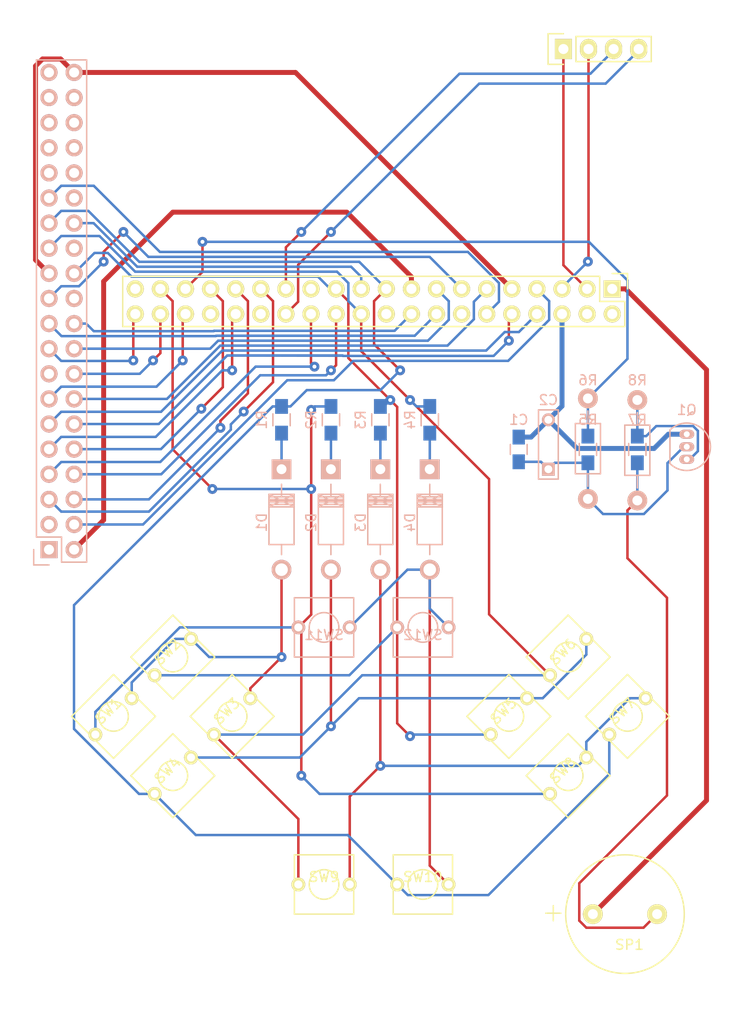
<source format=kicad_pcb>
(kicad_pcb (version 4) (host pcbnew 4.0.2-stable)

  (general
    (links 85)
    (no_connects 10)
    (area 98.311667 56.341666 175.100001 169.100001)
    (thickness 1.6)
    (drawings 20)
    (tracks 350)
    (zones 0)
    (modules 31)
    (nets 43)
  )

  (page A4)
  (layers
    (0 F.Cu signal)
    (31 B.Cu signal)
    (32 B.Adhes user)
    (33 F.Adhes user)
    (34 B.Paste user)
    (35 F.Paste user)
    (36 B.SilkS user)
    (37 F.SilkS user)
    (38 B.Mask user)
    (39 F.Mask user)
    (40 Dwgs.User user)
    (41 Cmts.User user hide)
    (42 Eco1.User user)
    (43 Eco2.User user)
    (44 Edge.Cuts user)
    (45 Margin user)
    (46 B.CrtYd user)
    (47 F.CrtYd user)
    (48 B.Fab user)
    (49 F.Fab user)
  )

  (setup
    (last_trace_width 0.25)
    (trace_clearance 0.25)
    (zone_clearance 0.508)
    (zone_45_only no)
    (trace_min 0.2)
    (segment_width 0.2)
    (edge_width 0.15)
    (via_size 1)
    (via_drill 0.4)
    (via_min_size 0.4)
    (via_min_drill 0.3)
    (uvia_size 0.3)
    (uvia_drill 0.1)
    (uvias_allowed no)
    (uvia_min_size 0.2)
    (uvia_min_drill 0.1)
    (pcb_text_width 0.3)
    (pcb_text_size 1.5 1.5)
    (mod_edge_width 0.15)
    (mod_text_size 1 1)
    (mod_text_width 0.15)
    (pad_size 1.524 1.524)
    (pad_drill 0.762)
    (pad_to_mask_clearance 0.2)
    (aux_axis_origin 0 0)
    (visible_elements FFFEEF7F)
    (pcbplotparams
      (layerselection 0x020f0_80000001)
      (usegerberextensions false)
      (excludeedgelayer true)
      (linewidth 0.100000)
      (plotframeref false)
      (viasonmask false)
      (mode 1)
      (useauxorigin false)
      (hpglpennumber 1)
      (hpglpenspeed 20)
      (hpglpendiameter 15)
      (hpglpenoverlay 2)
      (psnegative false)
      (psa4output false)
      (plotreference true)
      (plotvalue true)
      (plotinvisibletext false)
      (padsonsilk false)
      (subtractmaskfromsilk false)
      (outputformat 1)
      (mirror false)
      (drillshape 0)
      (scaleselection 1)
      (outputdirectory gerbers))
  )

  (net 0 "")
  (net 1 "Net-(C1-Pad1)")
  (net 2 GND)
  (net 3 "Net-(D1-Pad2)")
  (net 4 "Net-(D1-Pad1)")
  (net 5 "Net-(D2-Pad2)")
  (net 6 "Net-(D2-Pad1)")
  (net 7 "Net-(D3-Pad2)")
  (net 8 "Net-(D3-Pad1)")
  (net 9 "Net-(D4-Pad2)")
  (net 10 "Net-(D4-Pad1)")
  (net 11 +3V3)
  (net 12 /BLU3)
  (net 13 /BLU4)
  (net 14 /BLU5)
  (net 15 /BLU6)
  (net 16 /BLU7)
  (net 17 /DB6)
  (net 18 /DB7)
  (net 19 /DB8)
  (net 20 /DB9)
  (net 21 /DB10)
  (net 22 /DB11)
  (net 23 /DB13)
  (net 24 /DB14)
  (net 25 /DB15)
  (net 26 /DB16)
  (net 27 /DB17)
  (net 28 //RESET_NC)
  (net 29 /BTN3)
  (net 30 /BTN4)
  (net 31 /BTN1)
  (net 32 /GPIO9)
  (net 33 /BL)
  (net 34 /GPIO2)
  (net 35 /GPIO3)
  (net 36 /CLOCK)
  (net 37 /DEN)
  (net 38 /5V)
  (net 39 /AUDIO)
  (net 40 /BTN2)
  (net 41 "Net-(Q1-Pad1)")
  (net 42 "Net-(R7-Pad1)")

  (net_class Default "This is the default net class."
    (clearance 0.25)
    (trace_width 0.25)
    (via_dia 1)
    (via_drill 0.4)
    (uvia_dia 0.3)
    (uvia_drill 0.1)
    (add_net //RESET_NC)
    (add_net /5V)
    (add_net /AUDIO)
    (add_net /BL)
    (add_net /BLU3)
    (add_net /BLU4)
    (add_net /BLU5)
    (add_net /BLU6)
    (add_net /BLU7)
    (add_net /BTN1)
    (add_net /BTN2)
    (add_net /BTN3)
    (add_net /BTN4)
    (add_net /CLOCK)
    (add_net /DB10)
    (add_net /DB11)
    (add_net /DB13)
    (add_net /DB14)
    (add_net /DB15)
    (add_net /DB16)
    (add_net /DB17)
    (add_net /DB6)
    (add_net /DB7)
    (add_net /DB8)
    (add_net /DB9)
    (add_net /DEN)
    (add_net /GPIO2)
    (add_net /GPIO3)
    (add_net /GPIO9)
    (add_net "Net-(C1-Pad1)")
    (add_net "Net-(D1-Pad1)")
    (add_net "Net-(D1-Pad2)")
    (add_net "Net-(D2-Pad1)")
    (add_net "Net-(D2-Pad2)")
    (add_net "Net-(D3-Pad1)")
    (add_net "Net-(D3-Pad2)")
    (add_net "Net-(D4-Pad1)")
    (add_net "Net-(D4-Pad2)")
    (add_net "Net-(Q1-Pad1)")
    (add_net "Net-(R7-Pad1)")
  )

  (net_class Power ""
    (clearance 0.25)
    (trace_width 0.5)
    (via_dia 1)
    (via_drill 0.4)
    (uvia_dia 0.3)
    (uvia_drill 0.1)
    (add_net +3V3)
    (add_net GND)
  )

  (module Capacitors_SMD:C_0805_HandSoldering (layer B.Cu) (tedit 541A9B8D) (tstamp 56F93AC8)
    (at 151 102 90)
    (descr "Capacitor SMD 0805, hand soldering")
    (tags "capacitor 0805")
    (path /56F9332F)
    (attr smd)
    (fp_text reference C1 (at 3 0 360) (layer B.SilkS)
      (effects (font (size 1 1) (thickness 0.15)) (justify mirror))
    )
    (fp_text value 100nF (at 0 -2.1 90) (layer B.Fab)
      (effects (font (size 1 1) (thickness 0.15)) (justify mirror))
    )
    (fp_line (start -2.3 1) (end 2.3 1) (layer B.CrtYd) (width 0.05))
    (fp_line (start -2.3 -1) (end 2.3 -1) (layer B.CrtYd) (width 0.05))
    (fp_line (start -2.3 1) (end -2.3 -1) (layer B.CrtYd) (width 0.05))
    (fp_line (start 2.3 1) (end 2.3 -1) (layer B.CrtYd) (width 0.05))
    (fp_line (start 0.5 0.85) (end -0.5 0.85) (layer B.SilkS) (width 0.15))
    (fp_line (start -0.5 -0.85) (end 0.5 -0.85) (layer B.SilkS) (width 0.15))
    (pad 1 smd rect (at -1.25 0 90) (size 1.5 1.25) (layers B.Cu B.Paste B.Mask)
      (net 1 "Net-(C1-Pad1)"))
    (pad 2 smd rect (at 1.25 0 90) (size 1.5 1.25) (layers B.Cu B.Paste B.Mask)
      (net 2 GND))
    (model Capacitors_SMD.3dshapes/C_0805_HandSoldering.wrl
      (at (xyz 0 0 0))
      (scale (xyz 1 1 1))
      (rotate (xyz 0 0 0))
    )
  )

  (module Diodes_ThroughHole:Diode_DO-41_SOD81_Horizontal_RM10 (layer B.Cu) (tedit 552FFCCE) (tstamp 56F93ACE)
    (at 127 104 270)
    (descr "Diode, DO-41, SOD81, Horizontal, RM 10mm,")
    (tags "Diode, DO-41, SOD81, Horizontal, RM 10mm, 1N4007, SB140,")
    (path /56F8375F)
    (fp_text reference D1 (at 5.38734 2.00254 270) (layer B.SilkS)
      (effects (font (size 1 1) (thickness 0.15)) (justify mirror))
    )
    (fp_text value D (at 4.37134 3.55854 270) (layer B.Fab)
      (effects (font (size 1 1) (thickness 0.15)) (justify mirror))
    )
    (fp_line (start 7.62 0.00254) (end 8.636 0.00254) (layer B.SilkS) (width 0.15))
    (fp_line (start 2.794 0.00254) (end 1.524 0.00254) (layer B.SilkS) (width 0.15))
    (fp_line (start 3.048 1.27254) (end 3.048 -1.26746) (layer B.SilkS) (width 0.15))
    (fp_line (start 3.302 1.27254) (end 3.302 -1.26746) (layer B.SilkS) (width 0.15))
    (fp_line (start 3.556 1.27254) (end 3.556 -1.26746) (layer B.SilkS) (width 0.15))
    (fp_line (start 2.794 1.27254) (end 2.794 -1.26746) (layer B.SilkS) (width 0.15))
    (fp_line (start 3.81 1.27254) (end 2.54 -1.26746) (layer B.SilkS) (width 0.15))
    (fp_line (start 2.54 1.27254) (end 3.81 -1.26746) (layer B.SilkS) (width 0.15))
    (fp_line (start 3.81 1.27254) (end 3.81 -1.26746) (layer B.SilkS) (width 0.15))
    (fp_line (start 3.175 1.27254) (end 3.175 -1.26746) (layer B.SilkS) (width 0.15))
    (fp_line (start 2.54 -1.26746) (end 2.54 1.27254) (layer B.SilkS) (width 0.15))
    (fp_line (start 2.54 1.27254) (end 7.62 1.27254) (layer B.SilkS) (width 0.15))
    (fp_line (start 7.62 1.27254) (end 7.62 -1.26746) (layer B.SilkS) (width 0.15))
    (fp_line (start 7.62 -1.26746) (end 2.54 -1.26746) (layer B.SilkS) (width 0.15))
    (pad 2 thru_hole circle (at 10.16 0.00254 90) (size 1.99898 1.99898) (drill 1.27) (layers *.Cu *.Mask B.SilkS)
      (net 3 "Net-(D1-Pad2)"))
    (pad 1 thru_hole rect (at 0 0.00254 90) (size 1.99898 1.99898) (drill 1.00076) (layers *.Cu *.Mask B.SilkS)
      (net 4 "Net-(D1-Pad1)"))
  )

  (module Diodes_ThroughHole:Diode_DO-41_SOD81_Horizontal_RM10 (layer B.Cu) (tedit 552FFCCE) (tstamp 56F93AD4)
    (at 131.99746 104 270)
    (descr "Diode, DO-41, SOD81, Horizontal, RM 10mm,")
    (tags "Diode, DO-41, SOD81, Horizontal, RM 10mm, 1N4007, SB140,")
    (path /56F83A87)
    (fp_text reference D2 (at 5.38734 1.99746 270) (layer B.SilkS)
      (effects (font (size 1 1) (thickness 0.15)) (justify mirror))
    )
    (fp_text value D (at 4.37134 3.55854 270) (layer B.Fab)
      (effects (font (size 1 1) (thickness 0.15)) (justify mirror))
    )
    (fp_line (start 7.62 0.00254) (end 8.636 0.00254) (layer B.SilkS) (width 0.15))
    (fp_line (start 2.794 0.00254) (end 1.524 0.00254) (layer B.SilkS) (width 0.15))
    (fp_line (start 3.048 1.27254) (end 3.048 -1.26746) (layer B.SilkS) (width 0.15))
    (fp_line (start 3.302 1.27254) (end 3.302 -1.26746) (layer B.SilkS) (width 0.15))
    (fp_line (start 3.556 1.27254) (end 3.556 -1.26746) (layer B.SilkS) (width 0.15))
    (fp_line (start 2.794 1.27254) (end 2.794 -1.26746) (layer B.SilkS) (width 0.15))
    (fp_line (start 3.81 1.27254) (end 2.54 -1.26746) (layer B.SilkS) (width 0.15))
    (fp_line (start 2.54 1.27254) (end 3.81 -1.26746) (layer B.SilkS) (width 0.15))
    (fp_line (start 3.81 1.27254) (end 3.81 -1.26746) (layer B.SilkS) (width 0.15))
    (fp_line (start 3.175 1.27254) (end 3.175 -1.26746) (layer B.SilkS) (width 0.15))
    (fp_line (start 2.54 -1.26746) (end 2.54 1.27254) (layer B.SilkS) (width 0.15))
    (fp_line (start 2.54 1.27254) (end 7.62 1.27254) (layer B.SilkS) (width 0.15))
    (fp_line (start 7.62 1.27254) (end 7.62 -1.26746) (layer B.SilkS) (width 0.15))
    (fp_line (start 7.62 -1.26746) (end 2.54 -1.26746) (layer B.SilkS) (width 0.15))
    (pad 2 thru_hole circle (at 10.16 0.00254 90) (size 1.99898 1.99898) (drill 1.27) (layers *.Cu *.Mask B.SilkS)
      (net 5 "Net-(D2-Pad2)"))
    (pad 1 thru_hole rect (at 0 0.00254 90) (size 1.99898 1.99898) (drill 1.00076) (layers *.Cu *.Mask B.SilkS)
      (net 6 "Net-(D2-Pad1)"))
  )

  (module Diodes_ThroughHole:Diode_DO-41_SOD81_Horizontal_RM10 (layer B.Cu) (tedit 552FFCCE) (tstamp 56F93ADA)
    (at 136.99746 104 270)
    (descr "Diode, DO-41, SOD81, Horizontal, RM 10mm,")
    (tags "Diode, DO-41, SOD81, Horizontal, RM 10mm, 1N4007, SB140,")
    (path /56F83AD5)
    (fp_text reference D3 (at 5.38734 1.99746 270) (layer B.SilkS)
      (effects (font (size 1 1) (thickness 0.15)) (justify mirror))
    )
    (fp_text value D (at 4.37134 3.55854 270) (layer B.Fab)
      (effects (font (size 1 1) (thickness 0.15)) (justify mirror))
    )
    (fp_line (start 7.62 0.00254) (end 8.636 0.00254) (layer B.SilkS) (width 0.15))
    (fp_line (start 2.794 0.00254) (end 1.524 0.00254) (layer B.SilkS) (width 0.15))
    (fp_line (start 3.048 1.27254) (end 3.048 -1.26746) (layer B.SilkS) (width 0.15))
    (fp_line (start 3.302 1.27254) (end 3.302 -1.26746) (layer B.SilkS) (width 0.15))
    (fp_line (start 3.556 1.27254) (end 3.556 -1.26746) (layer B.SilkS) (width 0.15))
    (fp_line (start 2.794 1.27254) (end 2.794 -1.26746) (layer B.SilkS) (width 0.15))
    (fp_line (start 3.81 1.27254) (end 2.54 -1.26746) (layer B.SilkS) (width 0.15))
    (fp_line (start 2.54 1.27254) (end 3.81 -1.26746) (layer B.SilkS) (width 0.15))
    (fp_line (start 3.81 1.27254) (end 3.81 -1.26746) (layer B.SilkS) (width 0.15))
    (fp_line (start 3.175 1.27254) (end 3.175 -1.26746) (layer B.SilkS) (width 0.15))
    (fp_line (start 2.54 -1.26746) (end 2.54 1.27254) (layer B.SilkS) (width 0.15))
    (fp_line (start 2.54 1.27254) (end 7.62 1.27254) (layer B.SilkS) (width 0.15))
    (fp_line (start 7.62 1.27254) (end 7.62 -1.26746) (layer B.SilkS) (width 0.15))
    (fp_line (start 7.62 -1.26746) (end 2.54 -1.26746) (layer B.SilkS) (width 0.15))
    (pad 2 thru_hole circle (at 10.16 0.00254 90) (size 1.99898 1.99898) (drill 1.27) (layers *.Cu *.Mask B.SilkS)
      (net 7 "Net-(D3-Pad2)"))
    (pad 1 thru_hole rect (at 0 0.00254 90) (size 1.99898 1.99898) (drill 1.00076) (layers *.Cu *.Mask B.SilkS)
      (net 8 "Net-(D3-Pad1)"))
  )

  (module Diodes_ThroughHole:Diode_DO-41_SOD81_Horizontal_RM10 (layer B.Cu) (tedit 552FFCCE) (tstamp 56F93AE0)
    (at 141.99746 104 270)
    (descr "Diode, DO-41, SOD81, Horizontal, RM 10mm,")
    (tags "Diode, DO-41, SOD81, Horizontal, RM 10mm, 1N4007, SB140,")
    (path /56F83B22)
    (fp_text reference D4 (at 5.38734 1.99746 270) (layer B.SilkS)
      (effects (font (size 1 1) (thickness 0.15)) (justify mirror))
    )
    (fp_text value D (at 4.37134 3.55854 270) (layer B.Fab)
      (effects (font (size 1 1) (thickness 0.15)) (justify mirror))
    )
    (fp_line (start 7.62 0.00254) (end 8.636 0.00254) (layer B.SilkS) (width 0.15))
    (fp_line (start 2.794 0.00254) (end 1.524 0.00254) (layer B.SilkS) (width 0.15))
    (fp_line (start 3.048 1.27254) (end 3.048 -1.26746) (layer B.SilkS) (width 0.15))
    (fp_line (start 3.302 1.27254) (end 3.302 -1.26746) (layer B.SilkS) (width 0.15))
    (fp_line (start 3.556 1.27254) (end 3.556 -1.26746) (layer B.SilkS) (width 0.15))
    (fp_line (start 2.794 1.27254) (end 2.794 -1.26746) (layer B.SilkS) (width 0.15))
    (fp_line (start 3.81 1.27254) (end 2.54 -1.26746) (layer B.SilkS) (width 0.15))
    (fp_line (start 2.54 1.27254) (end 3.81 -1.26746) (layer B.SilkS) (width 0.15))
    (fp_line (start 3.81 1.27254) (end 3.81 -1.26746) (layer B.SilkS) (width 0.15))
    (fp_line (start 3.175 1.27254) (end 3.175 -1.26746) (layer B.SilkS) (width 0.15))
    (fp_line (start 2.54 -1.26746) (end 2.54 1.27254) (layer B.SilkS) (width 0.15))
    (fp_line (start 2.54 1.27254) (end 7.62 1.27254) (layer B.SilkS) (width 0.15))
    (fp_line (start 7.62 1.27254) (end 7.62 -1.26746) (layer B.SilkS) (width 0.15))
    (fp_line (start 7.62 -1.26746) (end 2.54 -1.26746) (layer B.SilkS) (width 0.15))
    (pad 2 thru_hole circle (at 10.16 0.00254 90) (size 1.99898 1.99898) (drill 1.27) (layers *.Cu *.Mask B.SilkS)
      (net 9 "Net-(D4-Pad2)"))
    (pad 1 thru_hole rect (at 0 0.00254 90) (size 1.99898 1.99898) (drill 1.00076) (layers *.Cu *.Mask B.SilkS)
      (net 10 "Net-(D4-Pad1)"))
  )

  (module Pin_Headers:Pin_Header_Straight_2x20 (layer B.Cu) (tedit 56F9557C) (tstamp 56F93B0C)
    (at 103.47 112.13)
    (descr "Through hole pin header")
    (tags "pin header")
    (path /56F722B0)
    (fp_text reference P1 (at 0 5.1) (layer B.SilkS) hide
      (effects (font (size 1 1) (thickness 0.15)) (justify mirror))
    )
    (fp_text value CONN_02X20 (at 0 3.1) (layer B.Fab)
      (effects (font (size 1 1) (thickness 0.15)) (justify mirror))
    )
    (fp_line (start -1.75 1.75) (end -1.75 -50.05) (layer B.CrtYd) (width 0.05))
    (fp_line (start 4.3 1.75) (end 4.3 -50.05) (layer B.CrtYd) (width 0.05))
    (fp_line (start -1.75 1.75) (end 4.3 1.75) (layer B.CrtYd) (width 0.05))
    (fp_line (start -1.75 -50.05) (end 4.3 -50.05) (layer B.CrtYd) (width 0.05))
    (fp_line (start 3.81 -49.53) (end 3.81 1.27) (layer B.SilkS) (width 0.15))
    (fp_line (start -1.27 -1.27) (end -1.27 -49.53) (layer B.SilkS) (width 0.15))
    (fp_line (start 3.81 -49.53) (end -1.27 -49.53) (layer B.SilkS) (width 0.15))
    (fp_line (start 3.81 1.27) (end 1.27 1.27) (layer B.SilkS) (width 0.15))
    (fp_line (start 0 1.55) (end -1.55 1.55) (layer B.SilkS) (width 0.15))
    (fp_line (start 1.27 1.27) (end 1.27 -1.27) (layer B.SilkS) (width 0.15))
    (fp_line (start 1.27 -1.27) (end -1.27 -1.27) (layer B.SilkS) (width 0.15))
    (fp_line (start -1.55 1.55) (end -1.55 0) (layer B.SilkS) (width 0.15))
    (pad 1 thru_hole rect (at 0 0) (size 1.7272 1.7272) (drill 1.016) (layers *.Cu *.Mask B.SilkS)
      (net 2 GND))
    (pad 2 thru_hole oval (at 2.54 0) (size 1.7272 1.7272) (drill 1.016) (layers *.Cu *.Mask B.SilkS)
      (net 11 +3V3))
    (pad 3 thru_hole oval (at 0 -2.54) (size 1.7272 1.7272) (drill 1.016) (layers *.Cu *.Mask B.SilkS))
    (pad 4 thru_hole oval (at 2.54 -2.54) (size 1.7272 1.7272) (drill 1.016) (layers *.Cu *.Mask B.SilkS)
      (net 12 /BLU3))
    (pad 5 thru_hole oval (at 0 -5.08) (size 1.7272 1.7272) (drill 1.016) (layers *.Cu *.Mask B.SilkS)
      (net 13 /BLU4))
    (pad 6 thru_hole oval (at 2.54 -5.08) (size 1.7272 1.7272) (drill 1.016) (layers *.Cu *.Mask B.SilkS)
      (net 14 /BLU5))
    (pad 7 thru_hole oval (at 0 -7.62) (size 1.7272 1.7272) (drill 1.016) (layers *.Cu *.Mask B.SilkS)
      (net 15 /BLU6))
    (pad 8 thru_hole oval (at 2.54 -7.62) (size 1.7272 1.7272) (drill 1.016) (layers *.Cu *.Mask B.SilkS)
      (net 16 /BLU7))
    (pad 9 thru_hole oval (at 0 -10.16) (size 1.7272 1.7272) (drill 1.016) (layers *.Cu *.Mask B.SilkS)
      (net 17 /DB6))
    (pad 10 thru_hole oval (at 2.54 -10.16) (size 1.7272 1.7272) (drill 1.016) (layers *.Cu *.Mask B.SilkS)
      (net 18 /DB7))
    (pad 11 thru_hole oval (at 0 -12.7) (size 1.7272 1.7272) (drill 1.016) (layers *.Cu *.Mask B.SilkS)
      (net 19 /DB8))
    (pad 12 thru_hole oval (at 2.54 -12.7) (size 1.7272 1.7272) (drill 1.016) (layers *.Cu *.Mask B.SilkS)
      (net 20 /DB9))
    (pad 13 thru_hole oval (at 0 -15.24) (size 1.7272 1.7272) (drill 1.016) (layers *.Cu *.Mask B.SilkS)
      (net 21 /DB10))
    (pad 14 thru_hole oval (at 2.54 -15.24) (size 1.7272 1.7272) (drill 1.016) (layers *.Cu *.Mask B.SilkS)
      (net 22 /DB11))
    (pad 15 thru_hole oval (at 0 -17.78) (size 1.7272 1.7272) (drill 1.016) (layers *.Cu *.Mask B.SilkS))
    (pad 16 thru_hole oval (at 2.54 -17.78) (size 1.7272 1.7272) (drill 1.016) (layers *.Cu *.Mask B.SilkS)
      (net 23 /DB13))
    (pad 17 thru_hole oval (at 0 -20.32) (size 1.7272 1.7272) (drill 1.016) (layers *.Cu *.Mask B.SilkS)
      (net 24 /DB14))
    (pad 18 thru_hole oval (at 2.54 -20.32) (size 1.7272 1.7272) (drill 1.016) (layers *.Cu *.Mask B.SilkS)
      (net 25 /DB15))
    (pad 19 thru_hole oval (at 0 -22.86) (size 1.7272 1.7272) (drill 1.016) (layers *.Cu *.Mask B.SilkS)
      (net 26 /DB16))
    (pad 20 thru_hole oval (at 2.54 -22.86) (size 1.7272 1.7272) (drill 1.016) (layers *.Cu *.Mask B.SilkS)
      (net 27 /DB17))
    (pad 21 thru_hole oval (at 0 -25.4) (size 1.7272 1.7272) (drill 1.016) (layers *.Cu *.Mask B.SilkS)
      (net 28 //RESET_NC))
    (pad 22 thru_hole oval (at 2.54 -25.4) (size 1.7272 1.7272) (drill 1.016) (layers *.Cu *.Mask B.SilkS))
    (pad 23 thru_hole oval (at 0 -27.94) (size 1.7272 1.7272) (drill 1.016) (layers *.Cu *.Mask B.SilkS)
      (net 2 GND))
    (pad 24 thru_hole oval (at 2.54 -27.94) (size 1.7272 1.7272) (drill 1.016) (layers *.Cu *.Mask B.SilkS)
      (net 29 /BTN3))
    (pad 25 thru_hole oval (at 0 -30.48) (size 1.7272 1.7272) (drill 1.016) (layers *.Cu *.Mask B.SilkS)
      (net 30 /BTN4))
    (pad 26 thru_hole oval (at 2.54 -30.48) (size 1.7272 1.7272) (drill 1.016) (layers *.Cu *.Mask B.SilkS))
    (pad 27 thru_hole oval (at 0 -33.02) (size 1.7272 1.7272) (drill 1.016) (layers *.Cu *.Mask B.SilkS)
      (net 31 /BTN1))
    (pad 28 thru_hole oval (at 2.54 -33.02) (size 1.7272 1.7272) (drill 1.016) (layers *.Cu *.Mask B.SilkS)
      (net 32 /GPIO9))
    (pad 29 thru_hole oval (at 0 -35.56) (size 1.7272 1.7272) (drill 1.016) (layers *.Cu *.Mask B.SilkS)
      (net 33 /BL))
    (pad 30 thru_hole oval (at 2.54 -35.56) (size 1.7272 1.7272) (drill 1.016) (layers *.Cu *.Mask B.SilkS))
    (pad 31 thru_hole oval (at 0 -38.1) (size 1.7272 1.7272) (drill 1.016) (layers *.Cu *.Mask B.SilkS))
    (pad 32 thru_hole oval (at 2.54 -38.1) (size 1.7272 1.7272) (drill 1.016) (layers *.Cu *.Mask B.SilkS))
    (pad 33 thru_hole oval (at 0 -40.64) (size 1.7272 1.7272) (drill 1.016) (layers *.Cu *.Mask B.SilkS))
    (pad 34 thru_hole oval (at 2.54 -40.64) (size 1.7272 1.7272) (drill 1.016) (layers *.Cu *.Mask B.SilkS))
    (pad 35 thru_hole oval (at 0 -43.18) (size 1.7272 1.7272) (drill 1.016) (layers *.Cu *.Mask B.SilkS))
    (pad 36 thru_hole oval (at 2.54 -43.18) (size 1.7272 1.7272) (drill 1.016) (layers *.Cu *.Mask B.SilkS))
    (pad 37 thru_hole oval (at 0 -45.72) (size 1.7272 1.7272) (drill 1.016) (layers *.Cu *.Mask B.SilkS))
    (pad 38 thru_hole oval (at 2.54 -45.72) (size 1.7272 1.7272) (drill 1.016) (layers *.Cu *.Mask B.SilkS))
    (pad 39 thru_hole oval (at 0 -48.26) (size 1.7272 1.7272) (drill 1.016) (layers *.Cu *.Mask B.SilkS))
    (pad 40 thru_hole oval (at 2.54 -48.26) (size 1.7272 1.7272) (drill 1.016) (layers *.Cu *.Mask B.SilkS)
      (net 2 GND))
    (model Pin_Headers.3dshapes/Pin_Header_Straight_2x20.wrl
      (at (xyz 0.05 -0.95 0))
      (scale (xyz 1 1 1))
      (rotate (xyz 0 0 90))
    )
  )

  (module Pin_Headers:Pin_Header_Straight_1x04 (layer F.Cu) (tedit 56F95580) (tstamp 56F93B14)
    (at 155.52 61.5 90)
    (descr "Through hole pin header")
    (tags "pin header")
    (path /56F81236)
    (fp_text reference P2 (at 0 -5.1 90) (layer F.SilkS) hide
      (effects (font (size 1 1) (thickness 0.15)))
    )
    (fp_text value CONN_01X04 (at 0 -3.1 90) (layer F.Fab)
      (effects (font (size 1 1) (thickness 0.15)))
    )
    (fp_line (start -1.75 -1.75) (end -1.75 9.4) (layer F.CrtYd) (width 0.05))
    (fp_line (start 1.75 -1.75) (end 1.75 9.4) (layer F.CrtYd) (width 0.05))
    (fp_line (start -1.75 -1.75) (end 1.75 -1.75) (layer F.CrtYd) (width 0.05))
    (fp_line (start -1.75 9.4) (end 1.75 9.4) (layer F.CrtYd) (width 0.05))
    (fp_line (start -1.27 1.27) (end -1.27 8.89) (layer F.SilkS) (width 0.15))
    (fp_line (start 1.27 1.27) (end 1.27 8.89) (layer F.SilkS) (width 0.15))
    (fp_line (start 1.55 -1.55) (end 1.55 0) (layer F.SilkS) (width 0.15))
    (fp_line (start -1.27 8.89) (end 1.27 8.89) (layer F.SilkS) (width 0.15))
    (fp_line (start 1.27 1.27) (end -1.27 1.27) (layer F.SilkS) (width 0.15))
    (fp_line (start -1.55 0) (end -1.55 -1.55) (layer F.SilkS) (width 0.15))
    (fp_line (start -1.55 -1.55) (end 1.55 -1.55) (layer F.SilkS) (width 0.15))
    (pad 1 thru_hole rect (at 0 0 90) (size 2.032 1.7272) (drill 1.016) (layers *.Cu *.Mask F.SilkS)
      (net 34 /GPIO2))
    (pad 2 thru_hole oval (at 0 2.54 90) (size 2.032 1.7272) (drill 1.016) (layers *.Cu *.Mask F.SilkS)
      (net 35 /GPIO3))
    (pad 3 thru_hole oval (at 0 5.08 90) (size 2.032 1.7272) (drill 1.016) (layers *.Cu *.Mask F.SilkS)
      (net 36 /CLOCK))
    (pad 4 thru_hole oval (at 0 7.62 90) (size 2.032 1.7272) (drill 1.016) (layers *.Cu *.Mask F.SilkS)
      (net 37 /DEN))
    (model Pin_Headers.3dshapes/Pin_Header_Straight_1x04.wrl
      (at (xyz 0 -0.15 0))
      (scale (xyz 1 1 1))
      (rotate (xyz 0 0 90))
    )
  )

  (module Pin_Headers:Pin_Header_Straight_2x20 (layer F.Cu) (tedit 56F95576) (tstamp 56F93B40)
    (at 160.46 85.76 270)
    (descr "Through hole pin header")
    (tags "pin header")
    (path /56F72357)
    (fp_text reference P3 (at 0 -5.1 270) (layer F.SilkS) hide
      (effects (font (size 1 1) (thickness 0.15)))
    )
    (fp_text value CONN_02X20 (at 0 -3.1 270) (layer F.Fab)
      (effects (font (size 1 1) (thickness 0.15)))
    )
    (fp_line (start -1.75 -1.75) (end -1.75 50.05) (layer F.CrtYd) (width 0.05))
    (fp_line (start 4.3 -1.75) (end 4.3 50.05) (layer F.CrtYd) (width 0.05))
    (fp_line (start -1.75 -1.75) (end 4.3 -1.75) (layer F.CrtYd) (width 0.05))
    (fp_line (start -1.75 50.05) (end 4.3 50.05) (layer F.CrtYd) (width 0.05))
    (fp_line (start 3.81 49.53) (end 3.81 -1.27) (layer F.SilkS) (width 0.15))
    (fp_line (start -1.27 1.27) (end -1.27 49.53) (layer F.SilkS) (width 0.15))
    (fp_line (start 3.81 49.53) (end -1.27 49.53) (layer F.SilkS) (width 0.15))
    (fp_line (start 3.81 -1.27) (end 1.27 -1.27) (layer F.SilkS) (width 0.15))
    (fp_line (start 0 -1.55) (end -1.55 -1.55) (layer F.SilkS) (width 0.15))
    (fp_line (start 1.27 -1.27) (end 1.27 1.27) (layer F.SilkS) (width 0.15))
    (fp_line (start 1.27 1.27) (end -1.27 1.27) (layer F.SilkS) (width 0.15))
    (fp_line (start -1.55 -1.55) (end -1.55 0) (layer F.SilkS) (width 0.15))
    (pad 1 thru_hole rect (at 0 0 270) (size 1.7272 1.7272) (drill 1.016) (layers *.Cu *.Mask F.SilkS)
      (net 11 +3V3))
    (pad 2 thru_hole oval (at 2.54 0 270) (size 1.7272 1.7272) (drill 1.016) (layers *.Cu *.Mask F.SilkS)
      (net 38 /5V))
    (pad 3 thru_hole oval (at 0 2.54 270) (size 1.7272 1.7272) (drill 1.016) (layers *.Cu *.Mask F.SilkS)
      (net 34 /GPIO2))
    (pad 4 thru_hole oval (at 2.54 2.54 270) (size 1.7272 1.7272) (drill 1.016) (layers *.Cu *.Mask F.SilkS)
      (net 38 /5V))
    (pad 5 thru_hole oval (at 0 5.08 270) (size 1.7272 1.7272) (drill 1.016) (layers *.Cu *.Mask F.SilkS)
      (net 35 /GPIO3))
    (pad 6 thru_hole oval (at 2.54 5.08 270) (size 1.7272 1.7272) (drill 1.016) (layers *.Cu *.Mask F.SilkS)
      (net 2 GND))
    (pad 7 thru_hole oval (at 0 7.62 270) (size 1.7272 1.7272) (drill 1.016) (layers *.Cu *.Mask F.SilkS)
      (net 12 /BLU3))
    (pad 8 thru_hole oval (at 2.54 7.62 270) (size 1.7272 1.7272) (drill 1.016) (layers *.Cu *.Mask F.SilkS)
      (net 19 /DB8))
    (pad 9 thru_hole oval (at 0 10.16 270) (size 1.7272 1.7272) (drill 1.016) (layers *.Cu *.Mask F.SilkS)
      (net 2 GND))
    (pad 10 thru_hole oval (at 2.54 10.16 270) (size 1.7272 1.7272) (drill 1.016) (layers *.Cu *.Mask F.SilkS)
      (net 20 /DB9))
    (pad 11 thru_hole oval (at 0 12.7 270) (size 1.7272 1.7272) (drill 1.016) (layers *.Cu *.Mask F.SilkS)
      (net 22 /DB11))
    (pad 12 thru_hole oval (at 2.54 12.7 270) (size 1.7272 1.7272) (drill 1.016) (layers *.Cu *.Mask F.SilkS)
      (net 33 /BL))
    (pad 13 thru_hole oval (at 0 15.24 270) (size 1.7272 1.7272) (drill 1.016) (layers *.Cu *.Mask F.SilkS)
      (net 28 //RESET_NC))
    (pad 14 thru_hole oval (at 2.54 15.24 270) (size 1.7272 1.7272) (drill 1.016) (layers *.Cu *.Mask F.SilkS)
      (net 2 GND))
    (pad 15 thru_hole oval (at 0 17.78 270) (size 1.7272 1.7272) (drill 1.016) (layers *.Cu *.Mask F.SilkS)
      (net 25 /DB15))
    (pad 16 thru_hole oval (at 2.54 17.78 270) (size 1.7272 1.7272) (drill 1.016) (layers *.Cu *.Mask F.SilkS)
      (net 26 /DB16))
    (pad 17 thru_hole oval (at 0 20.32 270) (size 1.7272 1.7272) (drill 1.016) (layers *.Cu *.Mask F.SilkS)
      (net 11 +3V3))
    (pad 18 thru_hole oval (at 2.54 20.32 270) (size 1.7272 1.7272) (drill 1.016) (layers *.Cu *.Mask F.SilkS)
      (net 27 /DB17))
    (pad 19 thru_hole oval (at 0 22.86 270) (size 1.7272 1.7272) (drill 1.016) (layers *.Cu *.Mask F.SilkS)
      (net 31 /BTN1))
    (pad 20 thru_hole oval (at 2.54 22.86 270) (size 1.7272 1.7272) (drill 1.016) (layers *.Cu *.Mask F.SilkS)
      (net 2 GND))
    (pad 21 thru_hole oval (at 0 25.4 270) (size 1.7272 1.7272) (drill 1.016) (layers *.Cu *.Mask F.SilkS)
      (net 32 /GPIO9))
    (pad 22 thru_hole oval (at 2.54 25.4 270) (size 1.7272 1.7272) (drill 1.016) (layers *.Cu *.Mask F.SilkS)
      (net 30 /BTN4))
    (pad 23 thru_hole oval (at 0 27.94 270) (size 1.7272 1.7272) (drill 1.016) (layers *.Cu *.Mask F.SilkS)
      (net 29 /BTN3))
    (pad 24 thru_hole oval (at 2.54 27.94 270) (size 1.7272 1.7272) (drill 1.016) (layers *.Cu *.Mask F.SilkS)
      (net 16 /BLU7))
    (pad 25 thru_hole oval (at 0 30.48 270) (size 1.7272 1.7272) (drill 1.016) (layers *.Cu *.Mask F.SilkS)
      (net 2 GND))
    (pad 26 thru_hole oval (at 2.54 30.48 270) (size 1.7272 1.7272) (drill 1.016) (layers *.Cu *.Mask F.SilkS)
      (net 15 /BLU6))
    (pad 27 thru_hole oval (at 0 33.02 270) (size 1.7272 1.7272) (drill 1.016) (layers *.Cu *.Mask F.SilkS)
      (net 36 /CLOCK))
    (pad 28 thru_hole oval (at 2.54 33.02 270) (size 1.7272 1.7272) (drill 1.016) (layers *.Cu *.Mask F.SilkS)
      (net 37 /DEN))
    (pad 29 thru_hole oval (at 0 35.56 270) (size 1.7272 1.7272) (drill 1.016) (layers *.Cu *.Mask F.SilkS)
      (net 13 /BLU4))
    (pad 30 thru_hole oval (at 2.54 35.56 270) (size 1.7272 1.7272) (drill 1.016) (layers *.Cu *.Mask F.SilkS)
      (net 2 GND))
    (pad 31 thru_hole oval (at 0 38.1 270) (size 1.7272 1.7272) (drill 1.016) (layers *.Cu *.Mask F.SilkS)
      (net 14 /BLU5))
    (pad 32 thru_hole oval (at 2.54 38.1 270) (size 1.7272 1.7272) (drill 1.016) (layers *.Cu *.Mask F.SilkS)
      (net 17 /DB6))
    (pad 33 thru_hole oval (at 0 40.64 270) (size 1.7272 1.7272) (drill 1.016) (layers *.Cu *.Mask F.SilkS)
      (net 18 /DB7))
    (pad 34 thru_hole oval (at 2.54 40.64 270) (size 1.7272 1.7272) (drill 1.016) (layers *.Cu *.Mask F.SilkS)
      (net 2 GND))
    (pad 35 thru_hole oval (at 0 43.18 270) (size 1.7272 1.7272) (drill 1.016) (layers *.Cu *.Mask F.SilkS)
      (net 39 /AUDIO))
    (pad 36 thru_hole oval (at 2.54 43.18 270) (size 1.7272 1.7272) (drill 1.016) (layers *.Cu *.Mask F.SilkS)
      (net 21 /DB10))
    (pad 37 thru_hole oval (at 0 45.72 270) (size 1.7272 1.7272) (drill 1.016) (layers *.Cu *.Mask F.SilkS)
      (net 40 /BTN2))
    (pad 38 thru_hole oval (at 2.54 45.72 270) (size 1.7272 1.7272) (drill 1.016) (layers *.Cu *.Mask F.SilkS)
      (net 23 /DB13))
    (pad 39 thru_hole oval (at 0 48.26 270) (size 1.7272 1.7272) (drill 1.016) (layers *.Cu *.Mask F.SilkS)
      (net 2 GND))
    (pad 40 thru_hole oval (at 2.54 48.26 270) (size 1.7272 1.7272) (drill 1.016) (layers *.Cu *.Mask F.SilkS)
      (net 24 /DB14))
    (model Pin_Headers.3dshapes/Pin_Header_Straight_2x20.wrl
      (at (xyz 0.05 -0.95 0))
      (scale (xyz 1 1 1))
      (rotate (xyz 0 0 90))
    )
  )

  (module Resistors_SMD:R_0805_HandSoldering (layer B.Cu) (tedit 54189DEE) (tstamp 56F93B4D)
    (at 127 99 90)
    (descr "Resistor SMD 0805, hand soldering")
    (tags "resistor 0805")
    (path /56F838F9)
    (attr smd)
    (fp_text reference R1 (at 0 -2 90) (layer B.SilkS)
      (effects (font (size 1 1) (thickness 0.15)) (justify mirror))
    )
    (fp_text value 1k (at 0 -2.1 90) (layer B.Fab)
      (effects (font (size 1 1) (thickness 0.15)) (justify mirror))
    )
    (fp_line (start -2.4 1) (end 2.4 1) (layer B.CrtYd) (width 0.05))
    (fp_line (start -2.4 -1) (end 2.4 -1) (layer B.CrtYd) (width 0.05))
    (fp_line (start -2.4 1) (end -2.4 -1) (layer B.CrtYd) (width 0.05))
    (fp_line (start 2.4 1) (end 2.4 -1) (layer B.CrtYd) (width 0.05))
    (fp_line (start 0.6 -0.875) (end -0.6 -0.875) (layer B.SilkS) (width 0.15))
    (fp_line (start -0.6 0.875) (end 0.6 0.875) (layer B.SilkS) (width 0.15))
    (pad 1 smd rect (at -1.35 0 90) (size 1.5 1.3) (layers B.Cu B.Paste B.Mask)
      (net 4 "Net-(D1-Pad1)"))
    (pad 2 smd rect (at 1.35 0 90) (size 1.5 1.3) (layers B.Cu B.Paste B.Mask)
      (net 31 /BTN1))
    (model Resistors_SMD.3dshapes/R_0805_HandSoldering.wrl
      (at (xyz 0 0 0))
      (scale (xyz 1 1 1))
      (rotate (xyz 0 0 0))
    )
  )

  (module Resistors_SMD:R_0805_HandSoldering (layer B.Cu) (tedit 54189DEE) (tstamp 56F93B53)
    (at 132 99 90)
    (descr "Resistor SMD 0805, hand soldering")
    (tags "resistor 0805")
    (path /56F83BA3)
    (attr smd)
    (fp_text reference R2 (at 0 -2 90) (layer B.SilkS)
      (effects (font (size 1 1) (thickness 0.15)) (justify mirror))
    )
    (fp_text value 1k (at 0 -2.1 90) (layer B.Fab)
      (effects (font (size 1 1) (thickness 0.15)) (justify mirror))
    )
    (fp_line (start -2.4 1) (end 2.4 1) (layer B.CrtYd) (width 0.05))
    (fp_line (start -2.4 -1) (end 2.4 -1) (layer B.CrtYd) (width 0.05))
    (fp_line (start -2.4 1) (end -2.4 -1) (layer B.CrtYd) (width 0.05))
    (fp_line (start 2.4 1) (end 2.4 -1) (layer B.CrtYd) (width 0.05))
    (fp_line (start 0.6 -0.875) (end -0.6 -0.875) (layer B.SilkS) (width 0.15))
    (fp_line (start -0.6 0.875) (end 0.6 0.875) (layer B.SilkS) (width 0.15))
    (pad 1 smd rect (at -1.35 0 90) (size 1.5 1.3) (layers B.Cu B.Paste B.Mask)
      (net 6 "Net-(D2-Pad1)"))
    (pad 2 smd rect (at 1.35 0 90) (size 1.5 1.3) (layers B.Cu B.Paste B.Mask)
      (net 40 /BTN2))
    (model Resistors_SMD.3dshapes/R_0805_HandSoldering.wrl
      (at (xyz 0 0 0))
      (scale (xyz 1 1 1))
      (rotate (xyz 0 0 0))
    )
  )

  (module Resistors_SMD:R_0805_HandSoldering (layer B.Cu) (tedit 54189DEE) (tstamp 56F93B59)
    (at 137 99 90)
    (descr "Resistor SMD 0805, hand soldering")
    (tags "resistor 0805")
    (path /56F83BFB)
    (attr smd)
    (fp_text reference R3 (at 0 -2 90) (layer B.SilkS)
      (effects (font (size 1 1) (thickness 0.15)) (justify mirror))
    )
    (fp_text value 1k (at 0 -2.1 90) (layer B.Fab)
      (effects (font (size 1 1) (thickness 0.15)) (justify mirror))
    )
    (fp_line (start -2.4 1) (end 2.4 1) (layer B.CrtYd) (width 0.05))
    (fp_line (start -2.4 -1) (end 2.4 -1) (layer B.CrtYd) (width 0.05))
    (fp_line (start -2.4 1) (end -2.4 -1) (layer B.CrtYd) (width 0.05))
    (fp_line (start 2.4 1) (end 2.4 -1) (layer B.CrtYd) (width 0.05))
    (fp_line (start 0.6 -0.875) (end -0.6 -0.875) (layer B.SilkS) (width 0.15))
    (fp_line (start -0.6 0.875) (end 0.6 0.875) (layer B.SilkS) (width 0.15))
    (pad 1 smd rect (at -1.35 0 90) (size 1.5 1.3) (layers B.Cu B.Paste B.Mask)
      (net 8 "Net-(D3-Pad1)"))
    (pad 2 smd rect (at 1.35 0 90) (size 1.5 1.3) (layers B.Cu B.Paste B.Mask)
      (net 29 /BTN3))
    (model Resistors_SMD.3dshapes/R_0805_HandSoldering.wrl
      (at (xyz 0 0 0))
      (scale (xyz 1 1 1))
      (rotate (xyz 0 0 0))
    )
  )

  (module Resistors_SMD:R_0805_HandSoldering (layer B.Cu) (tedit 54189DEE) (tstamp 56F93B5F)
    (at 142 99 90)
    (descr "Resistor SMD 0805, hand soldering")
    (tags "resistor 0805")
    (path /56F83C5A)
    (attr smd)
    (fp_text reference R4 (at 0 -2 90) (layer B.SilkS)
      (effects (font (size 1 1) (thickness 0.15)) (justify mirror))
    )
    (fp_text value 1k (at 0 -2.1 90) (layer B.Fab)
      (effects (font (size 1 1) (thickness 0.15)) (justify mirror))
    )
    (fp_line (start -2.4 1) (end 2.4 1) (layer B.CrtYd) (width 0.05))
    (fp_line (start -2.4 -1) (end 2.4 -1) (layer B.CrtYd) (width 0.05))
    (fp_line (start -2.4 1) (end -2.4 -1) (layer B.CrtYd) (width 0.05))
    (fp_line (start 2.4 1) (end 2.4 -1) (layer B.CrtYd) (width 0.05))
    (fp_line (start 0.6 -0.875) (end -0.6 -0.875) (layer B.SilkS) (width 0.15))
    (fp_line (start -0.6 0.875) (end 0.6 0.875) (layer B.SilkS) (width 0.15))
    (pad 1 smd rect (at -1.35 0 90) (size 1.5 1.3) (layers B.Cu B.Paste B.Mask)
      (net 10 "Net-(D4-Pad1)"))
    (pad 2 smd rect (at 1.35 0 90) (size 1.5 1.3) (layers B.Cu B.Paste B.Mask)
      (net 30 /BTN4))
    (model Resistors_SMD.3dshapes/R_0805_HandSoldering.wrl
      (at (xyz 0 0 0))
      (scale (xyz 1 1 1))
      (rotate (xyz 0 0 0))
    )
  )

  (module Resistors_SMD:R_0805_HandSoldering (layer B.Cu) (tedit 54189DEE) (tstamp 56F93B65)
    (at 158 102 90)
    (descr "Resistor SMD 0805, hand soldering")
    (tags "resistor 0805")
    (path /56F85B9E)
    (attr smd)
    (fp_text reference R5 (at 3 0 360) (layer B.SilkS)
      (effects (font (size 1 1) (thickness 0.15)) (justify mirror))
    )
    (fp_text value 680 (at 0 -2.1 90) (layer B.Fab)
      (effects (font (size 1 1) (thickness 0.15)) (justify mirror))
    )
    (fp_line (start -2.4 1) (end 2.4 1) (layer B.CrtYd) (width 0.05))
    (fp_line (start -2.4 -1) (end 2.4 -1) (layer B.CrtYd) (width 0.05))
    (fp_line (start -2.4 1) (end -2.4 -1) (layer B.CrtYd) (width 0.05))
    (fp_line (start 2.4 1) (end 2.4 -1) (layer B.CrtYd) (width 0.05))
    (fp_line (start 0.6 -0.875) (end -0.6 -0.875) (layer B.SilkS) (width 0.15))
    (fp_line (start -0.6 0.875) (end 0.6 0.875) (layer B.SilkS) (width 0.15))
    (pad 1 smd rect (at -1.35 0 90) (size 1.5 1.3) (layers B.Cu B.Paste B.Mask)
      (net 1 "Net-(C1-Pad1)"))
    (pad 2 smd rect (at 1.35 0 90) (size 1.5 1.3) (layers B.Cu B.Paste B.Mask)
      (net 39 /AUDIO))
    (model Resistors_SMD.3dshapes/R_0805_HandSoldering.wrl
      (at (xyz 0 0 0))
      (scale (xyz 1 1 1))
      (rotate (xyz 0 0 0))
    )
  )

  (module Arduboy:Buzzer_12x6.5RM6.5 (layer F.Cu) (tedit 55B1729C) (tstamp 56F93B71)
    (at 158.5 149)
    (descr "Generic Buzzer, D12mm height 9.5mm with RM7.6mm")
    (tags buzzer)
    (path /56F86406)
    (fp_text reference SP1 (at 3.7 3.1) (layer F.SilkS)
      (effects (font (size 1 1) (thickness 0.15)))
    )
    (fp_text value SPEAKER (at 2.79924 8.001) (layer F.Fab)
      (effects (font (size 1 1) (thickness 0.15)))
    )
    (fp_circle (center 3.25 0) (end -2.75 0) (layer F.SilkS) (width 0.15))
    (fp_text user + (at -4 -0.25) (layer F.SilkS)
      (effects (font (size 2 2) (thickness 0.15)))
    )
    (pad 1 thru_hole circle (at 0 0) (size 2 2) (drill 1.00076) (layers *.Cu *.Mask F.SilkS)
      (net 11 +3V3))
    (pad 2 thru_hole circle (at 6.5 0) (size 2 2) (drill 1.00076) (layers *.Cu *.Mask F.SilkS)
      (net 42 "Net-(R7-Pad1)"))
    (model Buzzers_Beepers.3dshapes/Buzzer_12x9.5RM7.6.wrl
      (at (xyz 0 0 0))
      (scale (xyz 4 4 4))
      (rotate (xyz 0 0 0))
    )
  )

  (module Arduboy:SW_PUSH_8x8_DIP (layer F.Cu) (tedit 56C0952E) (tstamp 56F93B77)
    (at 110 129 45)
    (path /56F822E3)
    (fp_text reference SW1 (at 0 -0.762 45) (layer F.SilkS)
      (effects (font (size 1 1) (thickness 0.15)))
    )
    (fp_text value SW_PUSH (at 0 1.016 45) (layer F.Fab)
      (effects (font (size 1 1) (thickness 0.15)))
    )
    (fp_circle (center 0 0) (end 1.5 0) (layer F.SilkS) (width 0.15))
    (fp_line (start -3 -3) (end 3 -3) (layer F.SilkS) (width 0.15))
    (fp_line (start 3 -3) (end 3 3) (layer F.SilkS) (width 0.15))
    (fp_line (start 3 3) (end -3 3) (layer F.SilkS) (width 0.15))
    (fp_line (start -3 -3) (end -3 3) (layer F.SilkS) (width 0.15))
    (pad 2 thru_hole circle (at 2.6 0 45) (size 1.397 1.397) (drill 0.8128) (layers *.Cu *.Mask F.SilkS)
      (net 3 "Net-(D1-Pad2)"))
    (pad 1 thru_hole circle (at -2.6 0 45) (size 1.397 1.397) (drill 0.8128) (layers *.Cu *.Mask F.SilkS)
      (net 40 /BTN2))
  )

  (module Arduboy:SW_PUSH_8x8_DIP (layer F.Cu) (tedit 56C0952E) (tstamp 56F93B7D)
    (at 116 123 45)
    (path /56F8235D)
    (fp_text reference SW2 (at 0 -0.762 45) (layer F.SilkS)
      (effects (font (size 1 1) (thickness 0.15)))
    )
    (fp_text value SW_PUSH (at 0 1.016 45) (layer F.Fab)
      (effects (font (size 1 1) (thickness 0.15)))
    )
    (fp_circle (center 0 0) (end 1.5 0) (layer F.SilkS) (width 0.15))
    (fp_line (start -3 -3) (end 3 -3) (layer F.SilkS) (width 0.15))
    (fp_line (start 3 -3) (end 3 3) (layer F.SilkS) (width 0.15))
    (fp_line (start 3 3) (end -3 3) (layer F.SilkS) (width 0.15))
    (fp_line (start -3 -3) (end -3 3) (layer F.SilkS) (width 0.15))
    (pad 2 thru_hole circle (at 2.6 0 45) (size 1.397 1.397) (drill 0.8128) (layers *.Cu *.Mask F.SilkS)
      (net 3 "Net-(D1-Pad2)"))
    (pad 1 thru_hole circle (at -2.6 0 45) (size 1.397 1.397) (drill 0.8128) (layers *.Cu *.Mask F.SilkS)
      (net 29 /BTN3))
  )

  (module Arduboy:SW_PUSH_8x8_DIP (layer F.Cu) (tedit 56C0952E) (tstamp 56F93B83)
    (at 122 129 45)
    (path /56F823AE)
    (fp_text reference SW3 (at 0 -0.762 45) (layer F.SilkS)
      (effects (font (size 1 1) (thickness 0.15)))
    )
    (fp_text value SW_PUSH (at 0 1.016 45) (layer F.Fab)
      (effects (font (size 1 1) (thickness 0.15)))
    )
    (fp_circle (center 0 0) (end 1.5 0) (layer F.SilkS) (width 0.15))
    (fp_line (start -3 -3) (end 3 -3) (layer F.SilkS) (width 0.15))
    (fp_line (start 3 -3) (end 3 3) (layer F.SilkS) (width 0.15))
    (fp_line (start 3 3) (end -3 3) (layer F.SilkS) (width 0.15))
    (fp_line (start -3 -3) (end -3 3) (layer F.SilkS) (width 0.15))
    (pad 2 thru_hole circle (at 2.6 0 45) (size 1.397 1.397) (drill 0.8128) (layers *.Cu *.Mask F.SilkS)
      (net 3 "Net-(D1-Pad2)"))
    (pad 1 thru_hole circle (at -2.6 0 45) (size 1.397 1.397) (drill 0.8128) (layers *.Cu *.Mask F.SilkS)
      (net 30 /BTN4))
  )

  (module Arduboy:SW_PUSH_8x8_DIP (layer F.Cu) (tedit 56C0952E) (tstamp 56F93B89)
    (at 116 135 45)
    (path /56F824DE)
    (fp_text reference SW4 (at 0 -0.762 45) (layer F.SilkS)
      (effects (font (size 1 1) (thickness 0.15)))
    )
    (fp_text value SW_PUSH (at 0 1.016 45) (layer F.Fab)
      (effects (font (size 1 1) (thickness 0.15)))
    )
    (fp_circle (center 0 0) (end 1.5 0) (layer F.SilkS) (width 0.15))
    (fp_line (start -3 -3) (end 3 -3) (layer F.SilkS) (width 0.15))
    (fp_line (start 3 -3) (end 3 3) (layer F.SilkS) (width 0.15))
    (fp_line (start 3 3) (end -3 3) (layer F.SilkS) (width 0.15))
    (fp_line (start -3 -3) (end -3 3) (layer F.SilkS) (width 0.15))
    (pad 2 thru_hole circle (at 2.6 0 45) (size 1.397 1.397) (drill 0.8128) (layers *.Cu *.Mask F.SilkS)
      (net 5 "Net-(D2-Pad2)"))
    (pad 1 thru_hole circle (at -2.6 0 45) (size 1.397 1.397) (drill 0.8128) (layers *.Cu *.Mask F.SilkS)
      (net 31 /BTN1))
  )

  (module Arduboy:SW_PUSH_8x8_DIP (layer F.Cu) (tedit 56C0952E) (tstamp 56F93B8F)
    (at 150 129 45)
    (path /56F8250F)
    (fp_text reference SW5 (at 0 -0.762 45) (layer F.SilkS)
      (effects (font (size 1 1) (thickness 0.15)))
    )
    (fp_text value SW_PUSH (at 0 1.016 45) (layer F.Fab)
      (effects (font (size 1 1) (thickness 0.15)))
    )
    (fp_circle (center 0 0) (end 1.5 0) (layer F.SilkS) (width 0.15))
    (fp_line (start -3 -3) (end 3 -3) (layer F.SilkS) (width 0.15))
    (fp_line (start 3 -3) (end 3 3) (layer F.SilkS) (width 0.15))
    (fp_line (start 3 3) (end -3 3) (layer F.SilkS) (width 0.15))
    (fp_line (start -3 -3) (end -3 3) (layer F.SilkS) (width 0.15))
    (pad 2 thru_hole circle (at 2.6 0 45) (size 1.397 1.397) (drill 0.8128) (layers *.Cu *.Mask F.SilkS)
      (net 5 "Net-(D2-Pad2)"))
    (pad 1 thru_hole circle (at -2.6 0 45) (size 1.397 1.397) (drill 0.8128) (layers *.Cu *.Mask F.SilkS)
      (net 29 /BTN3))
  )

  (module Arduboy:SW_PUSH_8x8_DIP (layer F.Cu) (tedit 56C0952E) (tstamp 56F93B95)
    (at 156 123 45)
    (path /56F8253A)
    (fp_text reference SW6 (at 0 -0.762 45) (layer F.SilkS)
      (effects (font (size 1 1) (thickness 0.15)))
    )
    (fp_text value SW_PUSH (at 0 1.016 45) (layer F.Fab)
      (effects (font (size 1 1) (thickness 0.15)))
    )
    (fp_circle (center 0 0) (end 1.5 0) (layer F.SilkS) (width 0.15))
    (fp_line (start -3 -3) (end 3 -3) (layer F.SilkS) (width 0.15))
    (fp_line (start 3 -3) (end 3 3) (layer F.SilkS) (width 0.15))
    (fp_line (start 3 3) (end -3 3) (layer F.SilkS) (width 0.15))
    (fp_line (start -3 -3) (end -3 3) (layer F.SilkS) (width 0.15))
    (pad 2 thru_hole circle (at 2.6 0 45) (size 1.397 1.397) (drill 0.8128) (layers *.Cu *.Mask F.SilkS)
      (net 5 "Net-(D2-Pad2)"))
    (pad 1 thru_hole circle (at -2.6 0 45) (size 1.397 1.397) (drill 0.8128) (layers *.Cu *.Mask F.SilkS)
      (net 30 /BTN4))
  )

  (module Arduboy:SW_PUSH_8x8_DIP (layer F.Cu) (tedit 56C0952E) (tstamp 56F93B9B)
    (at 162 129 45)
    (path /56F825EA)
    (fp_text reference SW7 (at 0 -0.762 45) (layer F.SilkS)
      (effects (font (size 1 1) (thickness 0.15)))
    )
    (fp_text value SW_PUSH (at 0 1.016 45) (layer F.Fab)
      (effects (font (size 1 1) (thickness 0.15)))
    )
    (fp_circle (center 0 0) (end 1.5 0) (layer F.SilkS) (width 0.15))
    (fp_line (start -3 -3) (end 3 -3) (layer F.SilkS) (width 0.15))
    (fp_line (start 3 -3) (end 3 3) (layer F.SilkS) (width 0.15))
    (fp_line (start 3 3) (end -3 3) (layer F.SilkS) (width 0.15))
    (fp_line (start -3 -3) (end -3 3) (layer F.SilkS) (width 0.15))
    (pad 2 thru_hole circle (at 2.6 0 45) (size 1.397 1.397) (drill 0.8128) (layers *.Cu *.Mask F.SilkS)
      (net 7 "Net-(D3-Pad2)"))
    (pad 1 thru_hole circle (at -2.6 0 45) (size 1.397 1.397) (drill 0.8128) (layers *.Cu *.Mask F.SilkS)
      (net 31 /BTN1))
  )

  (module Arduboy:SW_PUSH_8x8_DIP (layer F.Cu) (tedit 56C0952E) (tstamp 56F93BA1)
    (at 156 135 45)
    (path /56F82631)
    (fp_text reference SW8 (at 0 -0.762 45) (layer F.SilkS)
      (effects (font (size 1 1) (thickness 0.15)))
    )
    (fp_text value SW_PUSH (at 0 1.016 45) (layer F.Fab)
      (effects (font (size 1 1) (thickness 0.15)))
    )
    (fp_circle (center 0 0) (end 1.5 0) (layer F.SilkS) (width 0.15))
    (fp_line (start -3 -3) (end 3 -3) (layer F.SilkS) (width 0.15))
    (fp_line (start 3 -3) (end 3 3) (layer F.SilkS) (width 0.15))
    (fp_line (start 3 3) (end -3 3) (layer F.SilkS) (width 0.15))
    (fp_line (start -3 -3) (end -3 3) (layer F.SilkS) (width 0.15))
    (pad 2 thru_hole circle (at 2.6 0 45) (size 1.397 1.397) (drill 0.8128) (layers *.Cu *.Mask F.SilkS)
      (net 7 "Net-(D3-Pad2)"))
    (pad 1 thru_hole circle (at -2.6 0 45) (size 1.397 1.397) (drill 0.8128) (layers *.Cu *.Mask F.SilkS)
      (net 40 /BTN2))
  )

  (module Arduboy:SW_PUSH_8x8_DIP (layer F.Cu) (tedit 56C0952E) (tstamp 56F93BA7)
    (at 131.3 146)
    (path /56F827CF)
    (fp_text reference SW9 (at 0 -0.762) (layer F.SilkS)
      (effects (font (size 1 1) (thickness 0.15)))
    )
    (fp_text value SW_PUSH (at 0 1.016) (layer F.Fab)
      (effects (font (size 1 1) (thickness 0.15)))
    )
    (fp_circle (center 0 0) (end 1.5 0) (layer F.SilkS) (width 0.15))
    (fp_line (start -3 -3) (end 3 -3) (layer F.SilkS) (width 0.15))
    (fp_line (start 3 -3) (end 3 3) (layer F.SilkS) (width 0.15))
    (fp_line (start 3 3) (end -3 3) (layer F.SilkS) (width 0.15))
    (fp_line (start -3 -3) (end -3 3) (layer F.SilkS) (width 0.15))
    (pad 2 thru_hole circle (at 2.6 0) (size 1.397 1.397) (drill 0.8128) (layers *.Cu *.Mask F.SilkS)
      (net 7 "Net-(D3-Pad2)"))
    (pad 1 thru_hole circle (at -2.6 0) (size 1.397 1.397) (drill 0.8128) (layers *.Cu *.Mask F.SilkS)
      (net 30 /BTN4))
  )

  (module Arduboy:SW_PUSH_8x8_DIP (layer F.Cu) (tedit 56C0952E) (tstamp 56F93BAD)
    (at 141.3 146)
    (path /56F82DA8)
    (fp_text reference SW10 (at 0 -0.762) (layer F.SilkS)
      (effects (font (size 1 1) (thickness 0.15)))
    )
    (fp_text value SW_PUSH (at 0 1.016) (layer F.Fab)
      (effects (font (size 1 1) (thickness 0.15)))
    )
    (fp_circle (center 0 0) (end 1.5 0) (layer F.SilkS) (width 0.15))
    (fp_line (start -3 -3) (end 3 -3) (layer F.SilkS) (width 0.15))
    (fp_line (start 3 -3) (end 3 3) (layer F.SilkS) (width 0.15))
    (fp_line (start 3 3) (end -3 3) (layer F.SilkS) (width 0.15))
    (fp_line (start -3 -3) (end -3 3) (layer F.SilkS) (width 0.15))
    (pad 2 thru_hole circle (at 2.6 0) (size 1.397 1.397) (drill 0.8128) (layers *.Cu *.Mask F.SilkS)
      (net 9 "Net-(D4-Pad2)"))
    (pad 1 thru_hole circle (at -2.6 0) (size 1.397 1.397) (drill 0.8128) (layers *.Cu *.Mask F.SilkS)
      (net 31 /BTN1))
  )

  (module Arduboy:SW_PUSH_8x8_DIP (layer B.Cu) (tedit 56C0952E) (tstamp 56F93BB3)
    (at 131.3 120)
    (path /56F82DE7)
    (fp_text reference SW11 (at 0 0.762) (layer B.SilkS)
      (effects (font (size 1 1) (thickness 0.15)) (justify mirror))
    )
    (fp_text value SW_PUSH (at 0 -1.016) (layer B.Fab)
      (effects (font (size 1 1) (thickness 0.15)) (justify mirror))
    )
    (fp_circle (center 0 0) (end 1.5 0) (layer B.SilkS) (width 0.15))
    (fp_line (start -3 3) (end 3 3) (layer B.SilkS) (width 0.15))
    (fp_line (start 3 3) (end 3 -3) (layer B.SilkS) (width 0.15))
    (fp_line (start 3 -3) (end -3 -3) (layer B.SilkS) (width 0.15))
    (fp_line (start -3 3) (end -3 -3) (layer B.SilkS) (width 0.15))
    (pad 2 thru_hole circle (at 2.6 0) (size 1.397 1.397) (drill 0.8128) (layers *.Cu *.Mask B.SilkS)
      (net 9 "Net-(D4-Pad2)"))
    (pad 1 thru_hole circle (at -2.6 0) (size 1.397 1.397) (drill 0.8128) (layers *.Cu *.Mask B.SilkS)
      (net 40 /BTN2))
  )

  (module Arduboy:SW_PUSH_8x8_DIP (layer B.Cu) (tedit 56C0952E) (tstamp 56F93BB9)
    (at 141.3 120)
    (path /56F82E21)
    (fp_text reference SW12 (at 0 0.762) (layer B.SilkS)
      (effects (font (size 1 1) (thickness 0.15)) (justify mirror))
    )
    (fp_text value SW_PUSH (at 0 -1.016) (layer B.Fab)
      (effects (font (size 1 1) (thickness 0.15)) (justify mirror))
    )
    (fp_circle (center 0 0) (end 1.5 0) (layer B.SilkS) (width 0.15))
    (fp_line (start -3 3) (end 3 3) (layer B.SilkS) (width 0.15))
    (fp_line (start 3 3) (end 3 -3) (layer B.SilkS) (width 0.15))
    (fp_line (start 3 -3) (end -3 -3) (layer B.SilkS) (width 0.15))
    (fp_line (start -3 3) (end -3 -3) (layer B.SilkS) (width 0.15))
    (pad 2 thru_hole circle (at 2.6 0) (size 1.397 1.397) (drill 0.8128) (layers *.Cu *.Mask B.SilkS)
      (net 9 "Net-(D4-Pad2)"))
    (pad 1 thru_hole circle (at -2.6 0) (size 1.397 1.397) (drill 0.8128) (layers *.Cu *.Mask B.SilkS)
      (net 29 /BTN3))
  )

  (module Capacitors_ThroughHole:C_Rect_L7_W2_P5 (layer B.Cu) (tedit 0) (tstamp 56FA8064)
    (at 154 104 90)
    (descr "Film Capacitor Length 7 x Width 2mm, Pitch 5mm")
    (tags Capacitor)
    (path /56FA800C)
    (fp_text reference C2 (at 7 0 180) (layer B.SilkS)
      (effects (font (size 1 1) (thickness 0.15)) (justify mirror))
    )
    (fp_text value 100nF (at 2.5 -2.5 90) (layer B.Fab)
      (effects (font (size 1 1) (thickness 0.15)) (justify mirror))
    )
    (fp_line (start -1.25 1.25) (end 6.25 1.25) (layer B.CrtYd) (width 0.05))
    (fp_line (start 6.25 1.25) (end 6.25 -1.25) (layer B.CrtYd) (width 0.05))
    (fp_line (start 6.25 -1.25) (end -1.25 -1.25) (layer B.CrtYd) (width 0.05))
    (fp_line (start -1.25 -1.25) (end -1.25 1.25) (layer B.CrtYd) (width 0.05))
    (fp_line (start -1 1) (end 6 1) (layer B.SilkS) (width 0.15))
    (fp_line (start 6 1) (end 6 -1) (layer B.SilkS) (width 0.15))
    (fp_line (start 6 -1) (end -1 -1) (layer B.SilkS) (width 0.15))
    (fp_line (start -1 -1) (end -1 1) (layer B.SilkS) (width 0.15))
    (pad 1 thru_hole rect (at 0 0 90) (size 1.3 1.3) (drill 0.8) (layers *.Cu *.Mask B.SilkS)
      (net 1 "Net-(C1-Pad1)"))
    (pad 2 thru_hole circle (at 5 0 90) (size 1.3 1.3) (drill 0.8) (layers *.Cu *.Mask B.SilkS)
      (net 2 GND))
    (model Capacitors_ThroughHole.3dshapes/C_Rect_L7_W2_P5.wrl
      (at (xyz 0.098425 0 0))
      (scale (xyz 1 1 1))
      (rotate (xyz 0 0 0))
    )
  )

  (module Resistors_ThroughHole:Resistor_Horizontal_RM10mm (layer B.Cu) (tedit 56648415) (tstamp 56FA8065)
    (at 158 107 90)
    (descr "Resistor, Axial,  RM 10mm, 1/3W")
    (tags "Resistor Axial RM 10mm 1/3W")
    (path /56FA7C57)
    (fp_text reference R6 (at 12 0 180) (layer B.SilkS)
      (effects (font (size 1 1) (thickness 0.15)) (justify mirror))
    )
    (fp_text value 680 (at 5.08 -3.81 90) (layer B.Fab)
      (effects (font (size 1 1) (thickness 0.15)) (justify mirror))
    )
    (fp_line (start -1.25 1.5) (end 11.4 1.5) (layer B.CrtYd) (width 0.05))
    (fp_line (start -1.25 -1.5) (end -1.25 1.5) (layer B.CrtYd) (width 0.05))
    (fp_line (start 11.4 1.5) (end 11.4 -1.5) (layer B.CrtYd) (width 0.05))
    (fp_line (start -1.25 -1.5) (end 11.4 -1.5) (layer B.CrtYd) (width 0.05))
    (fp_line (start 2.54 1.27) (end 7.62 1.27) (layer B.SilkS) (width 0.15))
    (fp_line (start 7.62 1.27) (end 7.62 -1.27) (layer B.SilkS) (width 0.15))
    (fp_line (start 7.62 -1.27) (end 2.54 -1.27) (layer B.SilkS) (width 0.15))
    (fp_line (start 2.54 -1.27) (end 2.54 1.27) (layer B.SilkS) (width 0.15))
    (fp_line (start 2.54 0) (end 1.27 0) (layer B.SilkS) (width 0.15))
    (fp_line (start 7.62 0) (end 8.89 0) (layer B.SilkS) (width 0.15))
    (pad 1 thru_hole circle (at 0 0 90) (size 1.99898 1.99898) (drill 1.00076) (layers *.Cu *.SilkS *.Mask)
      (net 1 "Net-(C1-Pad1)"))
    (pad 2 thru_hole circle (at 10.16 0 90) (size 1.99898 1.99898) (drill 1.00076) (layers *.Cu *.SilkS *.Mask)
      (net 39 /AUDIO))
    (model Resistors_ThroughHole.3dshapes/Resistor_Horizontal_RM10mm.wrl
      (at (xyz 0 0 0))
      (scale (xyz 0.4 0.4 0.4))
      (rotate (xyz 0 0 0))
    )
  )

  (module Resistors_SMD:R_0805_HandSoldering (layer B.Cu) (tedit 54189DEE) (tstamp 56FA8075)
    (at 163 102 90)
    (descr "Resistor SMD 0805, hand soldering")
    (tags "resistor 0805")
    (path /56F86591)
    (attr smd)
    (fp_text reference R7 (at 3 0 180) (layer B.SilkS)
      (effects (font (size 1 1) (thickness 0.15)) (justify mirror))
    )
    (fp_text value 0 (at 0 -2.1 90) (layer B.Fab)
      (effects (font (size 1 1) (thickness 0.15)) (justify mirror))
    )
    (fp_line (start -2.4 1) (end 2.4 1) (layer B.CrtYd) (width 0.05))
    (fp_line (start -2.4 -1) (end 2.4 -1) (layer B.CrtYd) (width 0.05))
    (fp_line (start -2.4 1) (end -2.4 -1) (layer B.CrtYd) (width 0.05))
    (fp_line (start 2.4 1) (end 2.4 -1) (layer B.CrtYd) (width 0.05))
    (fp_line (start 0.6 -0.875) (end -0.6 -0.875) (layer B.SilkS) (width 0.15))
    (fp_line (start -0.6 0.875) (end 0.6 0.875) (layer B.SilkS) (width 0.15))
    (pad 1 smd rect (at -1.35 0 90) (size 1.5 1.3) (layers B.Cu B.Paste B.Mask)
      (net 42 "Net-(R7-Pad1)"))
    (pad 2 smd rect (at 1.35 0 90) (size 1.5 1.3) (layers B.Cu B.Paste B.Mask)
      (net 41 "Net-(Q1-Pad1)"))
    (model Resistors_SMD.3dshapes/R_0805_HandSoldering.wrl
      (at (xyz 0 0 0))
      (scale (xyz 1 1 1))
      (rotate (xyz 0 0 0))
    )
  )

  (module Resistors_ThroughHole:Resistor_Horizontal_RM10mm (layer B.Cu) (tedit 56648415) (tstamp 56FA807B)
    (at 163 97 270)
    (descr "Resistor, Axial,  RM 10mm, 1/3W")
    (tags "Resistor Axial RM 10mm 1/3W")
    (path /56FA8B67)
    (fp_text reference R8 (at -2 0 360) (layer B.SilkS)
      (effects (font (size 1 1) (thickness 0.15)) (justify mirror))
    )
    (fp_text value 0 (at 5.08 -3.81 270) (layer B.Fab)
      (effects (font (size 1 1) (thickness 0.15)) (justify mirror))
    )
    (fp_line (start -1.25 1.5) (end 11.4 1.5) (layer B.CrtYd) (width 0.05))
    (fp_line (start -1.25 -1.5) (end -1.25 1.5) (layer B.CrtYd) (width 0.05))
    (fp_line (start 11.4 1.5) (end 11.4 -1.5) (layer B.CrtYd) (width 0.05))
    (fp_line (start -1.25 -1.5) (end 11.4 -1.5) (layer B.CrtYd) (width 0.05))
    (fp_line (start 2.54 1.27) (end 7.62 1.27) (layer B.SilkS) (width 0.15))
    (fp_line (start 7.62 1.27) (end 7.62 -1.27) (layer B.SilkS) (width 0.15))
    (fp_line (start 7.62 -1.27) (end 2.54 -1.27) (layer B.SilkS) (width 0.15))
    (fp_line (start 2.54 -1.27) (end 2.54 1.27) (layer B.SilkS) (width 0.15))
    (fp_line (start 2.54 0) (end 1.27 0) (layer B.SilkS) (width 0.15))
    (fp_line (start 7.62 0) (end 8.89 0) (layer B.SilkS) (width 0.15))
    (pad 1 thru_hole circle (at 0 0 270) (size 1.99898 1.99898) (drill 1.00076) (layers *.Cu *.SilkS *.Mask)
      (net 41 "Net-(Q1-Pad1)"))
    (pad 2 thru_hole circle (at 10.16 0 270) (size 1.99898 1.99898) (drill 1.00076) (layers *.Cu *.SilkS *.Mask)
      (net 42 "Net-(R7-Pad1)"))
    (model Resistors_ThroughHole.3dshapes/Resistor_Horizontal_RM10mm.wrl
      (at (xyz 0 0 0))
      (scale (xyz 0.4 0.4 0.4))
      (rotate (xyz 0 0 0))
    )
  )

  (module TO_SOT_Packages_THT:TO-92_Inline_Narrow_Oval (layer B.Cu) (tedit 54F24281) (tstamp 56FAA0D7)
    (at 168 103 90)
    (descr "TO-92 leads in-line, narrow, oval pads, drill 0.6mm (see NXP sot054_po.pdf)")
    (tags "to-92 sc-43 sc-43a sot54 PA33 transistor")
    (path /56F85AD0)
    (fp_text reference Q1 (at 5 0 180) (layer B.SilkS)
      (effects (font (size 1 1) (thickness 0.15)) (justify mirror))
    )
    (fp_text value Q_NMOS_DGS (at 0 -3 90) (layer B.Fab)
      (effects (font (size 1 1) (thickness 0.15)) (justify mirror))
    )
    (fp_line (start -1.4 -1.95) (end -1.4 2.65) (layer B.CrtYd) (width 0.05))
    (fp_line (start -1.4 -1.95) (end 3.95 -1.95) (layer B.CrtYd) (width 0.05))
    (fp_line (start -0.43 -1.7) (end 2.97 -1.7) (layer B.SilkS) (width 0.15))
    (fp_arc (start 1.27 0) (end 1.27 2.4) (angle 135) (layer B.SilkS) (width 0.15))
    (fp_arc (start 1.27 0) (end 1.27 2.4) (angle -135) (layer B.SilkS) (width 0.15))
    (fp_line (start -1.4 2.65) (end 3.95 2.65) (layer B.CrtYd) (width 0.05))
    (fp_line (start 3.95 -1.95) (end 3.95 2.65) (layer B.CrtYd) (width 0.05))
    (pad 2 thru_hole oval (at 1.27 0 270) (size 0.89916 1.50114) (drill 0.6) (layers *.Cu *.Mask B.SilkS)
      (net 1 "Net-(C1-Pad1)"))
    (pad 3 thru_hole oval (at 2.54 0 270) (size 0.89916 1.50114) (drill 0.6) (layers *.Cu *.Mask B.SilkS)
      (net 2 GND))
    (pad 1 thru_hole oval (at 0 0 270) (size 0.89916 1.50114) (drill 0.6) (layers *.Cu *.Mask B.SilkS)
      (net 41 "Net-(Q1-Pad1)"))
    (model TO_SOT_Packages_THT.3dshapes/TO-92_Inline_Narrow_Oval.wrl
      (at (xyz 0.05 0 0))
      (scale (xyz 1 1 1))
      (rotate (xyz 0 0 -90))
    )
  )

  (gr_arc (start 162.7 150) (end 172.7 150) (angle 90) (layer Margin) (width 0.2) (tstamp 56F9555D))
  (gr_line (start 103 160) (end 162.7 160) (layer Margin) (width 0.2) (tstamp 56F9555A))
  (gr_arc (start 169.7 63) (end 169.7 60) (angle 90) (layer Margin) (width 0.2) (tstamp 56F9554B))
  (gr_arc (start 103 157) (end 103 160) (angle 90) (layer Margin) (width 0.2) (tstamp 56F95544))
  (gr_arc (start 103 63) (end 100 63) (angle 90) (layer Margin) (width 0.2))
  (gr_line (start 136.35 60) (end 136.35 169) (layer Cmts.User) (width 0.2))
  (gr_line (start 108.95 89.55) (end 100 89.55) (layer Cmts.User) (width 0.2))
  (gr_line (start 173 90) (end 146 90) (layer Cmts.User) (width 0.2))
  (gr_line (start 174 84) (end 151 84) (layer Cmts.User) (width 0.2))
  (gr_line (start 174 60) (end 174 84) (layer Cmts.User) (width 0.2) (tstamp 56F9426B))
  (gr_line (start 148 60) (end 148 90) (layer Cmts.User) (width 0.2))
  (gr_line (start 100 60) (end 104 60) (layer Cmts.User) (width 0.2))
  (gr_line (start 100 64) (end 100 60) (layer Cmts.User) (width 0.2))
  (gr_line (start 103.46 66) (end 103.46 60) (layer Cmts.User) (width 0.2))
  (gr_line (start 100 63.87) (end 106 63.87) (layer Cmts.User) (width 0.2))
  (gr_line (start 100 116) (end 175 116) (layer Cmts.User) (width 0.2))
  (gr_line (start 100 60) (end 100 116) (layer Cmts.User) (width 0.2))
  (gr_line (start 172.7 63) (end 172.7 150) (layer Margin) (width 0.2) (tstamp 56F944B5))
  (gr_line (start 100 63) (end 100 157) (layer Margin) (width 0.2))
  (gr_line (start 103 60) (end 169.7 60) (layer Margin) (width 0.2))

  (segment (start 158 107) (end 159.534491 108.534491) (width 0.25) (layer B.Cu) (net 1))
  (segment (start 159.534491 108.534491) (end 163.659757 108.534491) (width 0.25) (layer B.Cu) (net 1))
  (segment (start 163.659757 108.534491) (end 166.05 106.144248) (width 0.25) (layer B.Cu) (net 1))
  (segment (start 166.05 106.144248) (end 166.05 103.37901) (width 0.25) (layer B.Cu) (net 1))
  (segment (start 166.05 103.37901) (end 167.69901 101.73) (width 0.25) (layer B.Cu) (net 1))
  (segment (start 167.69901 101.73) (end 168 101.73) (width 0.25) (layer B.Cu) (net 1))
  (segment (start 151 103.25) (end 153.25 103.25) (width 0.25) (layer B.Cu) (net 1))
  (segment (start 153.25 103.25) (end 154 104) (width 0.25) (layer B.Cu) (net 1))
  (segment (start 158 103.35) (end 154.65 103.35) (width 0.25) (layer B.Cu) (net 1))
  (segment (start 154.65 103.35) (end 154 104) (width 0.25) (layer B.Cu) (net 1))
  (segment (start 158 107) (end 158 103.35) (width 0.25) (layer B.Cu) (net 1))
  (segment (start 164.698809 101.900001) (end 166.13881 100.46) (width 0.5) (layer B.Cu) (net 2))
  (segment (start 166.13881 100.46) (end 168 100.46) (width 0.5) (layer B.Cu) (net 2))
  (segment (start 154 99) (end 156.900001 101.900001) (width 0.5) (layer B.Cu) (net 2))
  (segment (start 156.900001 101.900001) (end 164.698809 101.900001) (width 0.5) (layer B.Cu) (net 2))
  (segment (start 151 100.75) (end 152.25 100.75) (width 0.5) (layer B.Cu) (net 2))
  (segment (start 152.25 100.75) (end 154 99) (width 0.5) (layer B.Cu) (net 2))
  (segment (start 154 99) (end 155.38 97.62) (width 0.5) (layer B.Cu) (net 2))
  (segment (start 155.38 97.62) (end 155.38 88.3) (width 0.5) (layer B.Cu) (net 2))
  (segment (start 106.01 63.87) (end 104.646399 62.506399) (width 0.5) (layer F.Cu) (net 2) (status 10))
  (segment (start 104.646399 62.506399) (end 102.815471 62.506399) (width 0.5) (layer F.Cu) (net 2))
  (segment (start 102.106399 63.215471) (end 102.106399 82.826399) (width 0.5) (layer F.Cu) (net 2))
  (segment (start 102.815471 62.506399) (end 102.106399 63.215471) (width 0.5) (layer F.Cu) (net 2))
  (segment (start 102.106399 82.826399) (end 103.47 84.19) (width 0.5) (layer F.Cu) (net 2) (status 20))
  (segment (start 106.01 63.87) (end 128.41 63.87) (width 0.5) (layer F.Cu) (net 2) (status 10))
  (segment (start 128.41 63.87) (end 150.3 85.76) (width 0.5) (layer F.Cu) (net 2) (status 20))
  (segment (start 123.838478 127.161522) (end 123.838478 126.161522) (width 0.25) (layer F.Cu) (net 3) (status 10))
  (segment (start 123.838478 126.161522) (end 127 123) (width 0.25) (layer F.Cu) (net 3))
  (segment (start 117.838478 121.161522) (end 116.249696 121.161522) (width 0.25) (layer B.Cu) (net 3) (status 10))
  (segment (start 116.249696 121.161522) (end 111.838478 125.57274) (width 0.25) (layer B.Cu) (net 3))
  (segment (start 111.838478 125.57274) (end 111.838478 127.161522) (width 0.25) (layer B.Cu) (net 3) (status 20))
  (segment (start 127 123) (end 119.676956 123) (width 0.25) (layer B.Cu) (net 3))
  (segment (start 119.676956 123) (end 117.838478 121.161522) (width 0.25) (layer B.Cu) (net 3) (status 20))
  (segment (start 126.99746 114.16) (end 126.99746 122.99746) (width 0.25) (layer F.Cu) (net 3) (status 10))
  (segment (start 126.99746 122.99746) (end 127 123) (width 0.25) (layer F.Cu) (net 3))
  (via (at 127 123) (size 1) (drill 0.4) (layers F.Cu B.Cu) (net 3))
  (segment (start 127 100.35) (end 127 103.84) (width 0.25) (layer B.Cu) (net 4) (status 30))
  (segment (start 151.838478 127.161522) (end 153.42726 127.161522) (width 0.25) (layer B.Cu) (net 5) (status 10))
  (segment (start 153.42726 127.161522) (end 157.838478 122.750304) (width 0.25) (layer B.Cu) (net 5))
  (segment (start 157.838478 122.750304) (end 157.838478 121.161522) (width 0.25) (layer B.Cu) (net 5) (status 20))
  (segment (start 132 130) (end 134.838478 127.161522) (width 0.25) (layer B.Cu) (net 5))
  (segment (start 134.838478 127.161522) (end 151.838478 127.161522) (width 0.25) (layer B.Cu) (net 5) (status 20))
  (segment (start 132 130) (end 128.838478 133.161522) (width 0.25) (layer B.Cu) (net 5))
  (segment (start 128.838478 133.161522) (end 117.838478 133.161522) (width 0.25) (layer B.Cu) (net 5) (status 20))
  (segment (start 131.99492 114.16) (end 131.99492 129.99492) (width 0.25) (layer F.Cu) (net 5) (status 10))
  (via (at 132 130) (size 1) (drill 0.4) (layers F.Cu B.Cu) (net 5))
  (segment (start 131.99492 129.99492) (end 132 130) (width 0.25) (layer F.Cu) (net 5))
  (segment (start 132 100.35) (end 132 103.99492) (width 0.25) (layer B.Cu) (net 6) (status 30))
  (segment (start 132 103.99492) (end 131.99492 104) (width 0.25) (layer B.Cu) (net 6) (status 30))
  (segment (start 133.9 146) (end 133.9 137.1) (width 0.25) (layer F.Cu) (net 7) (status 10))
  (segment (start 133.9 137.1) (end 137 134) (width 0.25) (layer F.Cu) (net 7))
  (segment (start 163.838478 127.161522) (end 162.249696 127.161522) (width 0.25) (layer B.Cu) (net 7) (status 10))
  (segment (start 157.838478 131.57274) (end 157.838478 133.161522) (width 0.25) (layer B.Cu) (net 7) (status 20))
  (segment (start 162.249696 127.161522) (end 157.838478 131.57274) (width 0.25) (layer B.Cu) (net 7))
  (segment (start 137 134) (end 157 134) (width 0.25) (layer B.Cu) (net 7))
  (segment (start 157 134) (end 157.838478 133.161522) (width 0.25) (layer B.Cu) (net 7) (status 20))
  (segment (start 136.99492 133.99492) (end 137 134) (width 0.25) (layer F.Cu) (net 7))
  (via (at 137 134) (size 1) (drill 0.4) (layers F.Cu B.Cu) (net 7))
  (segment (start 136.99492 114.16) (end 136.99492 133.99492) (width 0.25) (layer F.Cu) (net 7) (status 10))
  (segment (start 137 100.35) (end 137 103.99492) (width 0.25) (layer B.Cu) (net 8) (status 30))
  (segment (start 137 103.99492) (end 136.99492 104) (width 0.25) (layer B.Cu) (net 8) (status 30))
  (segment (start 133.9 120) (end 139.74 114.16) (width 0.25) (layer B.Cu) (net 9) (status 10))
  (segment (start 139.74 114.16) (end 141.99492 114.16) (width 0.25) (layer B.Cu) (net 9) (status 20))
  (segment (start 141.99492 114.16) (end 141.99492 118.09492) (width 0.25) (layer B.Cu) (net 9) (status 10))
  (segment (start 141.99492 118.09492) (end 143.9 120) (width 0.25) (layer B.Cu) (net 9) (status 20))
  (segment (start 141.99492 114.16) (end 141.99492 144.09492) (width 0.25) (layer F.Cu) (net 9) (status 10))
  (segment (start 141.99492 144.09492) (end 143.9 146) (width 0.25) (layer F.Cu) (net 9) (status 20))
  (segment (start 142 100.35) (end 142 103.99492) (width 0.25) (layer B.Cu) (net 10) (status 30))
  (segment (start 142 103.99492) (end 141.99492 104) (width 0.25) (layer B.Cu) (net 10) (status 30))
  (segment (start 160.46 85.76) (end 161.8236 85.76) (width 0.5) (layer F.Cu) (net 11))
  (segment (start 161.8236 85.76) (end 170 93.9364) (width 0.5) (layer F.Cu) (net 11))
  (segment (start 170 93.9364) (end 170 137.5) (width 0.5) (layer F.Cu) (net 11))
  (segment (start 170 137.5) (end 164.5 143) (width 0.5) (layer F.Cu) (net 11))
  (segment (start 164.5 143) (end 158.5 149) (width 0.5) (layer F.Cu) (net 11))
  (segment (start 140.14 84.538686) (end 140.14 85.76) (width 0.5) (layer F.Cu) (net 11) (status 20))
  (segment (start 133.601314 78) (end 140.14 84.538686) (width 0.5) (layer F.Cu) (net 11))
  (segment (start 109 85) (end 116 78) (width 0.5) (layer F.Cu) (net 11))
  (segment (start 116 78) (end 133.601314 78) (width 0.5) (layer F.Cu) (net 11))
  (segment (start 109 109.14) (end 109 85) (width 0.5) (layer F.Cu) (net 11))
  (segment (start 106.01 112.13) (end 109 109.14) (width 0.5) (layer F.Cu) (net 11) (status 10))
  (segment (start 152.84 85.76) (end 154.078601 86.998601) (width 0.25) (layer B.Cu) (net 12) (status 10))
  (segment (start 134.25633 93.038672) (end 132.294993 95.000009) (width 0.25) (layer B.Cu) (net 12))
  (segment (start 154.078601 86.998601) (end 154.078601 88.894529) (width 0.25) (layer B.Cu) (net 12))
  (segment (start 154.078601 88.894529) (end 149.934458 93.038672) (width 0.25) (layer B.Cu) (net 12))
  (segment (start 149.934458 93.038672) (end 134.25633 93.038672) (width 0.25) (layer B.Cu) (net 12))
  (segment (start 132.294993 95.000009) (end 127.574989 95.000009) (width 0.25) (layer B.Cu) (net 12))
  (segment (start 127.574989 95.000009) (end 112.984998 109.59) (width 0.25) (layer B.Cu) (net 12))
  (segment (start 112.984998 109.59) (end 106.01 109.59) (width 0.25) (layer B.Cu) (net 12) (status 20))
  (segment (start 113.579275 108.288601) (end 121.867876 100) (width 0.25) (layer B.Cu) (net 13))
  (segment (start 121.867876 100) (end 121.867876 99.46967) (width 0.25) (layer B.Cu) (net 13))
  (segment (start 121.867876 99.46967) (end 123.169136 98.16841) (width 0.25) (layer B.Cu) (net 13))
  (segment (start 103.47 107.05) (end 104.708601 108.288601) (width 0.25) (layer B.Cu) (net 13) (status 10))
  (segment (start 104.708601 108.288601) (end 113.579275 108.288601) (width 0.25) (layer B.Cu) (net 13))
  (segment (start 124.9 85.76) (end 126.138601 86.998601) (width 0.25) (layer F.Cu) (net 13) (status 10))
  (segment (start 126.138601 95.198945) (end 123.169136 98.16841) (width 0.25) (layer F.Cu) (net 13))
  (segment (start 126.138601 86.998601) (end 126.138601 95.198945) (width 0.25) (layer F.Cu) (net 13))
  (via (at 123.169136 98.16841) (size 1) (drill 0.4) (layers F.Cu B.Cu) (net 13))
  (segment (start 123.598601 96.324717) (end 120.815212 99.108106) (width 0.25) (layer F.Cu) (net 14))
  (segment (start 113.580424 107.05) (end 120.815212 99.815212) (width 0.25) (layer B.Cu) (net 14))
  (segment (start 120.815212 99.108106) (end 120.815212 99.815212) (width 0.25) (layer F.Cu) (net 14))
  (segment (start 106.01 107.05) (end 113.580424 107.05) (width 0.25) (layer B.Cu) (net 14) (status 10))
  (segment (start 123.598601 86.998601) (end 123.598601 96.324717) (width 0.25) (layer F.Cu) (net 14))
  (via (at 120.815212 99.815212) (size 1) (drill 0.4) (layers F.Cu B.Cu) (net 14))
  (segment (start 122.36 85.76) (end 123.598601 86.998601) (width 0.25) (layer F.Cu) (net 14) (status 10))
  (via (at 130.330449 93.624979) (size 1) (drill 0.4) (layers F.Cu B.Cu) (net 15))
  (segment (start 124.375021 93.624979) (end 130.330449 93.624979) (width 0.25) (layer B.Cu) (net 15))
  (segment (start 129.98 93.27453) (end 130.330449 93.624979) (width 0.25) (layer F.Cu) (net 15))
  (segment (start 114.728601 103.271399) (end 124.375021 93.624979) (width 0.25) (layer B.Cu) (net 15))
  (segment (start 103.47 104.51) (end 104.708601 103.271399) (width 0.25) (layer B.Cu) (net 15) (status 10))
  (segment (start 104.708601 103.271399) (end 114.728601 103.271399) (width 0.25) (layer B.Cu) (net 15))
  (segment (start 129.98 88.3) (end 129.98 93.27453) (width 0.25) (layer F.Cu) (net 15) (status 10))
  (segment (start 114.825422 104.51) (end 124.835423 94.499999) (width 0.25) (layer B.Cu) (net 16))
  (segment (start 106.01 104.51) (end 114.825422 104.51) (width 0.25) (layer B.Cu) (net 16) (status 10))
  (segment (start 124.835423 94.499999) (end 131.500001 94.499999) (width 0.25) (layer B.Cu) (net 16))
  (segment (start 131.500001 94.499999) (end 132 94) (width 0.25) (layer B.Cu) (net 16))
  (segment (start 132 94) (end 132.52 93.48) (width 0.25) (layer F.Cu) (net 16))
  (segment (start 132.52 93.48) (end 132.52 88.3) (width 0.25) (layer F.Cu) (net 16) (status 20))
  (via (at 132 94) (size 1) (drill 0.4) (layers F.Cu B.Cu) (net 16))
  (segment (start 103.47 101.97) (end 104.708601 100.731399) (width 0.25) (layer B.Cu) (net 17) (status 10))
  (via (at 122 94) (size 1) (drill 0.4) (layers F.Cu B.Cu) (net 17))
  (segment (start 122 94) (end 122 88.66) (width 0.25) (layer F.Cu) (net 17) (status 20))
  (segment (start 122 88.66) (end 122.36 88.3) (width 0.25) (layer F.Cu) (net 17) (status 30))
  (segment (start 121 94) (end 122 94) (width 0.25) (layer B.Cu) (net 17))
  (segment (start 114.268601 100.731399) (end 121 94) (width 0.25) (layer B.Cu) (net 17))
  (segment (start 104.708601 100.731399) (end 114.268601 100.731399) (width 0.25) (layer B.Cu) (net 17))
  (segment (start 106.01 101.97) (end 114.792548 101.97) (width 0.25) (layer B.Cu) (net 18) (status 10))
  (segment (start 121.058601 95.703947) (end 118.881274 97.881274) (width 0.25) (layer F.Cu) (net 18))
  (via (at 118.881274 97.881274) (size 1) (drill 0.4) (layers F.Cu B.Cu) (net 18))
  (segment (start 114.792548 101.97) (end 118.881274 97.881274) (width 0.25) (layer B.Cu) (net 18))
  (segment (start 119.82 85.76) (end 121.058601 86.998601) (width 0.25) (layer F.Cu) (net 18) (status 10))
  (segment (start 121.058601 86.998601) (end 121.058601 95.703947) (width 0.25) (layer F.Cu) (net 18))
  (segment (start 114.808601 98.191399) (end 104.708601 98.191399) (width 0.25) (layer B.Cu) (net 19))
  (segment (start 104.708601 98.191399) (end 103.47 99.43) (width 0.25) (layer B.Cu) (net 19) (status 20))
  (segment (start 149.579998 90.124998) (end 147.704996 92) (width 0.25) (layer B.Cu) (net 19))
  (segment (start 121 92) (end 114.808601 98.191399) (width 0.25) (layer B.Cu) (net 19))
  (segment (start 151.015002 90.124998) (end 149.579998 90.124998) (width 0.25) (layer B.Cu) (net 19))
  (segment (start 152.84 88.3) (end 151.015002 90.124998) (width 0.25) (layer B.Cu) (net 19) (status 10))
  (segment (start 147.704996 92) (end 121 92) (width 0.25) (layer B.Cu) (net 19))
  (segment (start 150 91) (end 150 88.6) (width 0.25) (layer F.Cu) (net 20) (status 20))
  (segment (start 150 88.6) (end 150.3 88.3) (width 0.25) (layer F.Cu) (net 20) (status 30))
  (segment (start 133.20206 92.517912) (end 121.49999 92.50001) (width 0.25) (layer B.Cu) (net 20))
  (segment (start 133.22281 92.538662) (end 133.20206 92.517912) (width 0.25) (layer B.Cu) (net 20))
  (segment (start 148.461339 92.538661) (end 150 91) (width 0.25) (layer B.Cu) (net 20))
  (segment (start 133.22281 92.538662) (end 145 92.538661) (width 0.25) (layer B.Cu) (net 20))
  (segment (start 145 92.538661) (end 148.461339 92.538661) (width 0.25) (layer B.Cu) (net 20))
  (via (at 150 91) (size 1) (drill 0.4) (layers F.Cu B.Cu) (net 20))
  (segment (start 106.01 99.43) (end 114.57 99.43) (width 0.25) (layer B.Cu) (net 20) (status 10))
  (segment (start 114.57 99.43) (end 121.49999 92.50001) (width 0.25) (layer B.Cu) (net 20))
  (segment (start 133.184158 92.50001) (end 133.22281 92.538662) (width 0.25) (layer B.Cu) (net 20))
  (segment (start 121.49999 92.50001) (end 133.184158 92.50001) (width 0.25) (layer B.Cu) (net 20))
  (segment (start 117 93) (end 117 88.58) (width 0.25) (layer F.Cu) (net 21) (status 20))
  (segment (start 117 88.58) (end 117.28 88.3) (width 0.25) (layer F.Cu) (net 21) (status 30))
  (segment (start 103.47 96.89) (end 104.708601 95.651399) (width 0.25) (layer B.Cu) (net 21) (status 10))
  (segment (start 104.708601 95.651399) (end 114.348601 95.651399) (width 0.25) (layer B.Cu) (net 21))
  (segment (start 114.348601 95.651399) (end 117 93) (width 0.25) (layer B.Cu) (net 21))
  (via (at 117 93) (size 1) (drill 0.4) (layers F.Cu B.Cu) (net 21))
  (segment (start 143.792889 91.499989) (end 146.458601 88.834277) (width 0.25) (layer B.Cu) (net 22))
  (segment (start 146.458601 88.834277) (end 146.458601 87.061399) (width 0.25) (layer B.Cu) (net 22))
  (segment (start 115.402878 96.89) (end 120.792889 91.499989) (width 0.25) (layer B.Cu) (net 22))
  (segment (start 146.458601 87.061399) (end 147.76 85.76) (width 0.25) (layer B.Cu) (net 22) (status 20))
  (segment (start 120.792889 91.499989) (end 143.792889 91.499989) (width 0.25) (layer B.Cu) (net 22))
  (segment (start 106.01 96.89) (end 115.402878 96.89) (width 0.25) (layer B.Cu) (net 22) (status 10))
  (segment (start 114 93) (end 114.74 92.26) (width 0.25) (layer F.Cu) (net 23))
  (segment (start 114.74 92.26) (end 114.74 88.3) (width 0.25) (layer F.Cu) (net 23) (status 20))
  (segment (start 106.01 94.35) (end 112.65 94.35) (width 0.25) (layer B.Cu) (net 23) (status 10))
  (segment (start 112.65 94.35) (end 114 93) (width 0.25) (layer B.Cu) (net 23))
  (via (at 114 93) (size 1) (drill 0.4) (layers F.Cu B.Cu) (net 23))
  (segment (start 112 93) (end 112 88.5) (width 0.25) (layer F.Cu) (net 24) (status 20))
  (segment (start 112 88.5) (end 112.2 88.3) (width 0.25) (layer F.Cu) (net 24) (status 30))
  (segment (start 103.47 91.81) (end 104.708601 93.048601) (width 0.25) (layer B.Cu) (net 24) (status 10))
  (segment (start 104.708601 93.048601) (end 111.951399 93.048601) (width 0.25) (layer B.Cu) (net 24))
  (segment (start 111.951399 93.048601) (end 112 93) (width 0.25) (layer B.Cu) (net 24))
  (via (at 112 93) (size 1) (drill 0.4) (layers F.Cu B.Cu) (net 24))
  (segment (start 143.918601 86.998601) (end 142.68 85.76) (width 0.25) (layer B.Cu) (net 25) (status 20))
  (segment (start 143.918601 88.894529) (end 143.918601 86.998601) (width 0.25) (layer B.Cu) (net 25))
  (segment (start 141.813152 90.999978) (end 143.918601 88.894529) (width 0.25) (layer B.Cu) (net 25))
  (segment (start 119.775756 91.81) (end 120.585778 90.999978) (width 0.25) (layer B.Cu) (net 25))
  (segment (start 120.585778 90.999978) (end 141.813152 90.999978) (width 0.25) (layer B.Cu) (net 25))
  (segment (start 106.01 91.81) (end 119.775756 91.81) (width 0.25) (layer B.Cu) (net 25) (status 10))
  (segment (start 120.340013 90.538621) (end 120.378668 90.499968) (width 0.25) (layer B.Cu) (net 26))
  (segment (start 104.738621 90.538621) (end 120.340013 90.538621) (width 0.25) (layer B.Cu) (net 26))
  (segment (start 140.480032 90.499968) (end 142.68 88.3) (width 0.25) (layer B.Cu) (net 26) (status 20))
  (segment (start 120.378668 90.499968) (end 140.480032 90.499968) (width 0.25) (layer B.Cu) (net 26))
  (segment (start 103.47 89.27) (end 104.738621 90.538621) (width 0.25) (layer B.Cu) (net 26) (status 10))
  (segment (start 138.440042 89.999958) (end 140.14 88.3) (width 0.25) (layer B.Cu) (net 27) (status 20))
  (segment (start 120.171558 89.999958) (end 138.440042 89.999958) (width 0.25) (layer B.Cu) (net 27))
  (segment (start 120.132907 90.038609) (end 120.171558 89.999958) (width 0.25) (layer B.Cu) (net 27))
  (segment (start 107.999923 90.038609) (end 120.132907 90.038609) (width 0.25) (layer B.Cu) (net 27))
  (segment (start 107.231314 89.27) (end 107.999923 90.038609) (width 0.25) (layer B.Cu) (net 27))
  (segment (start 106.01 89.27) (end 107.231314 89.27) (width 0.25) (layer B.Cu) (net 27) (status 10))
  (segment (start 111 80) (end 113.521351 82.521351) (width 0.25) (layer B.Cu) (net 28))
  (segment (start 113.521351 82.521351) (end 141.981351 82.521351) (width 0.25) (layer B.Cu) (net 28))
  (segment (start 141.981351 82.521351) (end 145.22 85.76) (width 0.25) (layer B.Cu) (net 28) (status 20))
  (segment (start 109 82) (end 111 80) (width 0.25) (layer F.Cu) (net 28))
  (segment (start 109 83) (end 109 82) (width 0.25) (layer F.Cu) (net 28))
  (via (at 111 80) (size 1) (drill 0.4) (layers F.Cu B.Cu) (net 28))
  (segment (start 103.47 86.73) (end 104.708601 85.491399) (width 0.25) (layer B.Cu) (net 28) (status 10))
  (segment (start 104.708601 85.491399) (end 106.508601 85.491399) (width 0.25) (layer B.Cu) (net 28))
  (segment (start 106.508601 85.491399) (end 109 83) (width 0.25) (layer B.Cu) (net 28))
  (via (at 109 83) (size 1) (drill 0.4) (layers F.Cu B.Cu) (net 28))
  (segment (start 140 131) (end 138.7 129.7) (width 0.25) (layer F.Cu) (net 29))
  (segment (start 138.7 129.7) (end 138.7 120) (width 0.25) (layer F.Cu) (net 29) (status 20))
  (segment (start 148.161522 130.838478) (end 140.161522 130.838478) (width 0.25) (layer B.Cu) (net 29) (status 10))
  (segment (start 140.161522 130.838478) (end 140 131) (width 0.25) (layer B.Cu) (net 29))
  (via (at 140 131) (size 1) (drill 0.4) (layers F.Cu B.Cu) (net 29))
  (segment (start 133.861522 124.838478) (end 138.7 120) (width 0.25) (layer B.Cu) (net 29) (status 20))
  (segment (start 114.161522 124.838478) (end 133.861522 124.838478) (width 0.25) (layer B.Cu) (net 29) (status 10))
  (segment (start 138 97) (end 138.7 97.7) (width 0.25) (layer F.Cu) (net 29))
  (segment (start 138.7 97.7) (end 138.7 120) (width 0.25) (layer F.Cu) (net 29) (status 20))
  (segment (start 138 97) (end 133.758601 92.758601) (width 0.25) (layer F.Cu) (net 29))
  (segment (start 133.758601 92.758601) (end 133.758601 86.998601) (width 0.25) (layer F.Cu) (net 29))
  (segment (start 133.758601 86.998601) (end 132.52 85.76) (width 0.25) (layer F.Cu) (net 29) (status 20))
  (segment (start 137 97.65) (end 137.35 97.65) (width 0.25) (layer B.Cu) (net 29) (status 30))
  (segment (start 137.35 97.65) (end 138 97) (width 0.25) (layer B.Cu) (net 29) (status 10))
  (via (at 138 97) (size 1) (drill 0.4) (layers F.Cu B.Cu) (net 29))
  (segment (start 137 97.65) (end 137 97.55) (width 0.25) (layer B.Cu) (net 29) (status 30))
  (segment (start 111.816403 84.521399) (end 130.692915 84.521399) (width 0.25) (layer B.Cu) (net 29))
  (segment (start 130.692915 84.521399) (end 131.931516 85.76) (width 0.25) (layer B.Cu) (net 29) (status 20))
  (segment (start 106.01 84.19) (end 108.075002 82.124998) (width 0.25) (layer B.Cu) (net 29) (status 10))
  (segment (start 108.075002 82.124998) (end 109.420002 82.124998) (width 0.25) (layer B.Cu) (net 29))
  (segment (start 131.931516 85.76) (end 132.52 85.76) (width 0.25) (layer B.Cu) (net 29) (status 30))
  (segment (start 109.420002 82.124998) (end 111.816403 84.521399) (width 0.25) (layer B.Cu) (net 29))
  (segment (start 129.161522 130.838478) (end 135.161522 124.838478) (width 0.25) (layer B.Cu) (net 30))
  (segment (start 135.161522 124.838478) (end 154.161522 124.838478) (width 0.25) (layer B.Cu) (net 30) (status 20))
  (segment (start 120.161522 130.838478) (end 129.161522 130.838478) (width 0.25) (layer B.Cu) (net 30) (status 10))
  (segment (start 128.7 146) (end 128.7 139.376956) (width 0.25) (layer F.Cu) (net 30) (status 10))
  (segment (start 128.7 139.376956) (end 120.161522 130.838478) (width 0.25) (layer F.Cu) (net 30) (status 20))
  (segment (start 140 97) (end 148 105) (width 0.25) (layer F.Cu) (net 30))
  (segment (start 148 105) (end 148 118.676956) (width 0.25) (layer F.Cu) (net 30))
  (segment (start 148 118.676956) (end 154.161522 124.838478) (width 0.25) (layer F.Cu) (net 30) (status 20))
  (segment (start 140 97) (end 135.06 92.06) (width 0.25) (layer F.Cu) (net 30))
  (segment (start 135.06 92.06) (end 135.06 88.3) (width 0.25) (layer F.Cu) (net 30) (status 20))
  (segment (start 142 97.65) (end 140.65 97.65) (width 0.25) (layer B.Cu) (net 30) (status 10))
  (segment (start 140.65 97.65) (end 140 97) (width 0.25) (layer B.Cu) (net 30))
  (via (at 140 97) (size 1) (drill 0.4) (layers F.Cu B.Cu) (net 30))
  (segment (start 103.47 81.65) (end 104.708601 80.411399) (width 0.25) (layer B.Cu) (net 30) (status 10))
  (segment (start 104.708601 80.411399) (end 108.577255 80.411399) (width 0.25) (layer B.Cu) (net 30))
  (segment (start 108.577255 80.411399) (end 112.187246 84.02139) (width 0.25) (layer B.Cu) (net 30))
  (segment (start 112.187246 84.02139) (end 132.61452 84.02139) (width 0.25) (layer B.Cu) (net 30))
  (segment (start 132.61452 84.02139) (end 133.758601 85.165471) (width 0.25) (layer B.Cu) (net 30))
  (segment (start 133.758601 85.165471) (end 133.758601 86.998601) (width 0.25) (layer B.Cu) (net 30))
  (segment (start 133.758601 86.998601) (end 135.06 88.3) (width 0.25) (layer B.Cu) (net 30) (status 20))
  (segment (start 118.323044 141) (end 133.7 141) (width 0.25) (layer B.Cu) (net 31))
  (segment (start 133.7 141) (end 138.7 146) (width 0.25) (layer B.Cu) (net 31) (status 20))
  (segment (start 114.161522 136.838478) (end 118.323044 141) (width 0.25) (layer B.Cu) (net 31) (status 10))
  (segment (start 147.926499 147.073501) (end 160.161522 134.838478) (width 0.25) (layer B.Cu) (net 31))
  (segment (start 160.161522 134.838478) (end 160.161522 130.838478) (width 0.25) (layer B.Cu) (net 31) (status 20))
  (segment (start 138.7 146) (end 139.773501 147.073501) (width 0.25) (layer B.Cu) (net 31) (status 10))
  (segment (start 139.773501 147.073501) (end 147.926499 147.073501) (width 0.25) (layer B.Cu) (net 31))
  (segment (start 106 117.75) (end 106 130.265738) (width 0.25) (layer B.Cu) (net 31))
  (segment (start 106 130.265738) (end 112.57274 136.838478) (width 0.25) (layer B.Cu) (net 31))
  (segment (start 112.57274 136.838478) (end 114.161522 136.838478) (width 0.25) (layer B.Cu) (net 31) (status 20))
  (segment (start 127 97.65) (end 126.1 97.65) (width 0.25) (layer B.Cu) (net 31) (status 10))
  (segment (start 126.1 97.65) (end 106 117.75) (width 0.25) (layer B.Cu) (net 31))
  (segment (start 139 94) (end 136.361399 91.361399) (width 0.25) (layer F.Cu) (net 31))
  (segment (start 136.361399 91.361399) (end 136.361399 86.998601) (width 0.25) (layer F.Cu) (net 31))
  (segment (start 136.361399 86.998601) (end 137.6 85.76) (width 0.25) (layer F.Cu) (net 31) (status 20))
  (segment (start 129.55 96) (end 137 96) (width 0.25) (layer B.Cu) (net 31))
  (segment (start 137 96) (end 139 94) (width 0.25) (layer B.Cu) (net 31))
  (via (at 139 94) (size 1) (drill 0.4) (layers F.Cu B.Cu) (net 31))
  (segment (start 127 97.65) (end 127.9 97.65) (width 0.25) (layer B.Cu) (net 31) (status 10))
  (segment (start 127.9 97.65) (end 129.55 96) (width 0.25) (layer B.Cu) (net 31))
  (segment (start 103.47 79.11) (end 104.708601 77.871399) (width 0.25) (layer B.Cu) (net 31) (status 10))
  (segment (start 112.601468 83.021368) (end 134.861368 83.021368) (width 0.25) (layer B.Cu) (net 31))
  (segment (start 134.861368 83.021368) (end 137.6 85.76) (width 0.25) (layer B.Cu) (net 31) (status 20))
  (segment (start 104.708601 77.871399) (end 107.451499 77.871399) (width 0.25) (layer B.Cu) (net 31))
  (segment (start 107.451499 77.871399) (end 112.601468 83.021368) (width 0.25) (layer B.Cu) (net 31))
  (segment (start 106.01 79.11) (end 107.982978 79.11) (width 0.25) (layer B.Cu) (net 32) (status 10))
  (segment (start 107.982978 79.11) (end 112.394357 83.521379) (width 0.25) (layer B.Cu) (net 32))
  (segment (start 134.042693 83.521379) (end 135.06 84.538686) (width 0.25) (layer B.Cu) (net 32))
  (segment (start 112.394357 83.521379) (end 134.042693 83.521379) (width 0.25) (layer B.Cu) (net 32))
  (segment (start 135.06 84.538686) (end 135.06 85.76) (width 0.25) (layer B.Cu) (net 32) (status 20))
  (segment (start 147.76 88.3) (end 148.998601 87.061399) (width 0.25) (layer B.Cu) (net 33) (status 10))
  (segment (start 148.998601 87.061399) (end 148.998601 85.165471) (width 0.25) (layer B.Cu) (net 33))
  (segment (start 148.998601 85.165471) (end 145.85447 82.02134) (width 0.25) (layer B.Cu) (net 33))
  (segment (start 145.85447 82.02134) (end 114.689941 82.02134) (width 0.25) (layer B.Cu) (net 33))
  (segment (start 114.689941 82.02134) (end 108 75.331399) (width 0.25) (layer B.Cu) (net 33))
  (segment (start 108 75.331399) (end 104.708601 75.331399) (width 0.25) (layer B.Cu) (net 33))
  (segment (start 104.708601 75.331399) (end 103.47 76.57) (width 0.25) (layer B.Cu) (net 33) (status 20))
  (segment (start 155.52 61.5) (end 155.52 83.36) (width 0.25) (layer F.Cu) (net 34) (status 10))
  (segment (start 155.52 83.36) (end 157.92 85.76) (width 0.25) (layer F.Cu) (net 34) (status 20))
  (segment (start 158 83) (end 155.38 85.62) (width 0.25) (layer B.Cu) (net 35) (status 20))
  (segment (start 155.38 85.62) (end 155.38 85.76) (width 0.25) (layer B.Cu) (net 35) (status 30))
  (segment (start 158.06 61.5) (end 158.06 82.94) (width 0.25) (layer F.Cu) (net 35) (status 10))
  (segment (start 158.06 82.94) (end 158 83) (width 0.25) (layer F.Cu) (net 35))
  (via (at 158 83) (size 1) (drill 0.4) (layers F.Cu B.Cu) (net 35))
  (segment (start 158.06 61.5) (end 158.06 61.6524) (width 0.25) (layer B.Cu) (net 35) (status 30))
  (segment (start 129 80) (end 145 64) (width 0.25) (layer B.Cu) (net 36))
  (segment (start 145 64) (end 158.2524 64) (width 0.25) (layer B.Cu) (net 36))
  (segment (start 158.2524 64) (end 160.6 61.6524) (width 0.25) (layer B.Cu) (net 36))
  (segment (start 160.6 61.6524) (end 160.6 61.5) (width 0.25) (layer B.Cu) (net 36))
  (segment (start 127.44 85.76) (end 127.44 81.56) (width 0.25) (layer F.Cu) (net 36) (status 10))
  (segment (start 127.44 81.56) (end 129 80) (width 0.25) (layer F.Cu) (net 36))
  (via (at 129 80) (size 1) (drill 0.4) (layers F.Cu B.Cu) (net 36))
  (segment (start 147 65) (end 159.7924 65) (width 0.25) (layer B.Cu) (net 37))
  (segment (start 159.7924 65) (end 163.14 61.6524) (width 0.25) (layer B.Cu) (net 37) (status 20))
  (segment (start 163.14 61.6524) (end 163.14 61.5) (width 0.25) (layer B.Cu) (net 37) (status 30))
  (segment (start 132 80) (end 147 65) (width 0.25) (layer B.Cu) (net 37))
  (segment (start 127.44 88.3) (end 128.678601 87.061399) (width 0.25) (layer F.Cu) (net 37) (status 10))
  (segment (start 128.678601 87.061399) (end 128.678601 83.321399) (width 0.25) (layer F.Cu) (net 37))
  (segment (start 128.678601 83.321399) (end 132 80) (width 0.25) (layer F.Cu) (net 37))
  (via (at 132 80) (size 1) (drill 0.4) (layers F.Cu B.Cu) (net 37))
  (segment (start 158 96.84) (end 158 100.65) (width 0.25) (layer B.Cu) (net 39))
  (segment (start 119 81) (end 119 84.04) (width 0.25) (layer F.Cu) (net 39))
  (segment (start 119 84.04) (end 117.28 85.76) (width 0.25) (layer F.Cu) (net 39))
  (segment (start 162 92.84) (end 162 84.897798) (width 0.25) (layer B.Cu) (net 39))
  (segment (start 162 84.897798) (end 158.102202 81) (width 0.25) (layer B.Cu) (net 39))
  (segment (start 158.102202 81) (end 119 81) (width 0.25) (layer B.Cu) (net 39))
  (via (at 119 81) (size 1) (drill 0.4) (layers F.Cu B.Cu) (net 39))
  (segment (start 158 96.84) (end 162 92.84) (width 0.25) (layer B.Cu) (net 39))
  (segment (start 129 135) (end 129 120.3) (width 0.25) (layer F.Cu) (net 40) (status 20))
  (segment (start 129 120.3) (end 128.7 120) (width 0.25) (layer F.Cu) (net 40) (status 30))
  (segment (start 154.161522 136.838478) (end 130.838478 136.838478) (width 0.25) (layer B.Cu) (net 40) (status 10))
  (segment (start 130.838478 136.838478) (end 129 135) (width 0.25) (layer B.Cu) (net 40))
  (via (at 129 135) (size 1) (drill 0.4) (layers F.Cu B.Cu) (net 40))
  (segment (start 108.161522 130.838478) (end 108.161522 128.542574) (width 0.25) (layer B.Cu) (net 40) (status 10))
  (segment (start 108.161522 128.542574) (end 116.704096 120) (width 0.25) (layer B.Cu) (net 40))
  (segment (start 116.704096 120) (end 128.7 120) (width 0.25) (layer B.Cu) (net 40) (status 20))
  (segment (start 130 106) (end 130 98) (width 0.25) (layer F.Cu) (net 40))
  (segment (start 130 106) (end 130 118.7) (width 0.25) (layer F.Cu) (net 40))
  (segment (start 130 118.7) (end 128.7 120) (width 0.25) (layer F.Cu) (net 40) (status 20))
  (segment (start 120 106) (end 130 106) (width 0.25) (layer B.Cu) (net 40))
  (via (at 130 106) (size 1) (drill 0.4) (layers F.Cu B.Cu) (net 40))
  (segment (start 132 97.65) (end 130.35 97.65) (width 0.25) (layer B.Cu) (net 40) (status 10))
  (segment (start 130.35 97.65) (end 130 98) (width 0.25) (layer B.Cu) (net 40))
  (via (at 130 98) (size 1) (drill 0.4) (layers F.Cu B.Cu) (net 40))
  (segment (start 115.978601 102) (end 115.978601 86.998601) (width 0.25) (layer F.Cu) (net 40))
  (segment (start 115.978601 102) (end 116 102) (width 0.25) (layer F.Cu) (net 40))
  (segment (start 116 102) (end 120 106) (width 0.25) (layer F.Cu) (net 40))
  (segment (start 115.978601 86.998601) (end 114.74 85.76) (width 0.25) (layer F.Cu) (net 40) (status 20))
  (via (at 120 106) (size 1) (drill 0.4) (layers F.Cu B.Cu) (net 40))
  (segment (start 132 97.65) (end 132 97.75) (width 0.25) (layer B.Cu) (net 40) (status 30))
  (segment (start 163 100.65) (end 163.9 100.65) (width 0.25) (layer B.Cu) (net 41))
  (segment (start 169.12558 100.118444) (end 169.12558 102.17541) (width 0.25) (layer B.Cu) (net 41))
  (segment (start 168.30099 103) (end 168 103) (width 0.25) (layer B.Cu) (net 41))
  (segment (start 163.9 100.65) (end 164.91459 99.63541) (width 0.25) (layer B.Cu) (net 41))
  (segment (start 164.91459 99.63541) (end 168.642546 99.63541) (width 0.25) (layer B.Cu) (net 41))
  (segment (start 168.642546 99.63541) (end 169.12558 100.118444) (width 0.25) (layer B.Cu) (net 41))
  (segment (start 169.12558 102.17541) (end 168.30099 103) (width 0.25) (layer B.Cu) (net 41))
  (segment (start 163 97) (end 163 100.65) (width 0.25) (layer B.Cu) (net 41) (status 30))
  (segment (start 166 137) (end 157.124999 145.875001) (width 0.25) (layer F.Cu) (net 42))
  (segment (start 157.124999 145.875001) (end 157.124999 149.660001) (width 0.25) (layer F.Cu) (net 42))
  (segment (start 163.624999 150.375001) (end 165 149) (width 0.25) (layer F.Cu) (net 42) (status 20))
  (segment (start 157.124999 149.660001) (end 157.839999 150.375001) (width 0.25) (layer F.Cu) (net 42))
  (segment (start 157.839999 150.375001) (end 163.624999 150.375001) (width 0.25) (layer F.Cu) (net 42))
  (segment (start 166 117) (end 166 137) (width 0.25) (layer F.Cu) (net 42))
  (segment (start 162.000511 113.000511) (end 166 117) (width 0.25) (layer F.Cu) (net 42))
  (segment (start 163 107.16) (end 162.000511 108.159489) (width 0.25) (layer F.Cu) (net 42) (status 10))
  (segment (start 162.000511 108.159489) (end 162.000511 113.000511) (width 0.25) (layer F.Cu) (net 42))
  (segment (start 163 107.16) (end 163 103.35) (width 0.25) (layer B.Cu) (net 42) (status 30))

)

</source>
